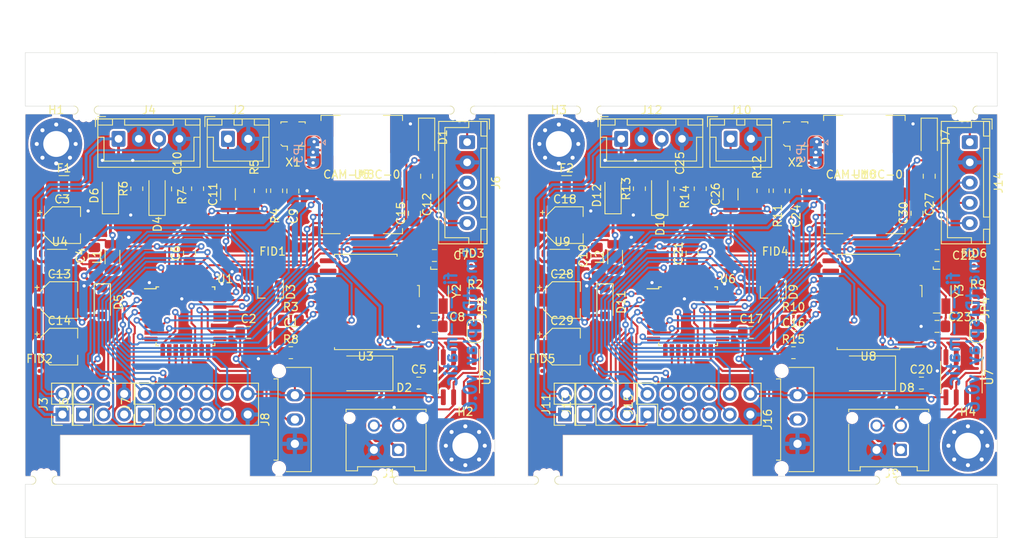
<source format=kicad_pcb>
(kicad_pcb (version 20221018) (generator pcbnew)
  (layers (0 "F.Cu" signal) (31 "B.Cu" signal) (34 "B.Paste" user) (35 "F.Paste" user) (36 "B.SilkS" user "B.Silkscreen") (37 "F.SilkS" user "F.Silkscreen") (38 "B.Mask" user) (39 "F.Mask" user) (44 "Edge.Cuts" user))
  (net 0 "")
  (net 1 "GND")
  (net 2 "Net-(U4-EN)")
  (net 3 "Net-(U4-SW)")
  (net 4 "SCK")
  (net 5 "MOSI")
  (net 6 "MISO")
  (net 7 "+5V")
  (net 8 "RESET")
  (net 9 "TXD")
  (net 10 "RXD")
  (net 11 "SCL")
  (net 12 "SDA")
  (net 13 "A3")
  (net 14 "A2")
  (net 15 "A1")
  (net 16 "A0")
  (net 17 "Net-(U4-BST)")
  (net 18 "Net-(U3-OSC1)")
  (net 19 "Net-(U3-OSC2)")
  (net 20 "KEY")
  (net 21 "+12V")
  (net 22 "Net-(J6-Pin_5)")
  (net 23 "Net-(D5-K)")
  (net 26 "INSTR.BEL")
  (net 27 "Net-(J2-Pin_1)")
  (net 28 "D22")
  (net 29 "D23")
  (net 30 "Net-(JP2-Pad1)")
  (net 31 "CANH")
  (net 32 "CANL")
  (net 33 "D24")
  (net 34 "D25")
  (net 35 "1WIRE")
  (net 36 "INT_CAN")
  (net 37 "SS")
  (net 38 "UPDI")
  (net 39 "Net-(U5-RF_OUT)")
  (net 40 "+3V3")
  (net 41 "Net-(U5-RF_IN)")
  (net 42 "Net-(X1-SIGNAL)")
  (net 43 "GPS_RXD")
  (net 44 "GPS_TXD")
  (net 45 "GPS_RESET")
  (net 46 "Net-(U3-~{RESET})")
  (net 47 "AREF")
  (net 50 "Net-(U2-TXD)")
  (net 51 "Net-(U2-RXD)")
  (net 67 "A4")
  (footprint "Capacitor_SMD:C_0805_2012Metric_Pad1.18x1.45mm_HandSolder" (layer "F.Cu") (at 176.5 84.8825 90)
    (fp_text reference "C12")
    (fp_text value "100n")
  )
  (footprint "Resistor_SMD:R_0805_2012Metric_Pad1.20x1.40mm_HandSolder" (layer "F.Cu") (at 159.75 106.67)
    (fp_text reference "R8")
    (fp_text value "4,7k")
  )
  (footprint "MountingHole:MountingHole_3.2mm_M3_Pad_Via" (layer "F.Cu") (at 130.81 80.899)
    (fp_text reference "H1")
    (fp_text value "MountingHole_Pad")
  )
  (footprint "Resistor_SMD:R_0805_2012Metric_Pad1.20x1.40mm_HandSolder" (layer "F.Cu") (at 159.75 102.67)
    (fp_text reference "R3")
    (fp_text value "10k")
  )
  (footprint "Capacitor_SMD:C_0805_2012Metric_Pad1.15x1.40mm_HandSolder" (layer "F.Cu") (at 145.75 86.445 90)
    (fp_text reference "C10")
    (fp_text value "100n")
  )
  (footprint "Capacitor_SMD:C_0805_2012Metric_Pad1.18x1.45mm_HandSolder" (layer "F.Cu") (at 147.25 94.3825 90)
    (fp_text reference "C6")
    (fp_text value "100n")
  )
  (footprint "Resistor_SMD:R_0805_2012Metric_Pad1.20x1.40mm_HandSolder" (layer "F.Cu") (at 156 86.67 -90)
    (fp_text reference "R5")
    (fp_text value "1k")
  )
  (footprint "Resistor_SMD:R_0805_2012Metric_Pad1.20x1.40mm_HandSolder" (layer "F.Cu") (at 140.75 86.42 90)
    (fp_text reference "R6")
    (fp_text value "15k")
  )
  (footprint "Diode_SMD:D_MiniMELF" (layer "F.Cu") (at 143.25 87.17 90)
    (fp_text reference "D4")
    (fp_text value "BZV55-C12")
  )
  (footprint "Diode_SMD:D_SMB" (layer "F.Cu") (at 168.792 109.22 180)
    (fp_text reference "D2")
    (fp_text value "SMBJ5.0CA")
  )
  (footprint "Crystal:Crystal_SMD_EuroQuartz_MJ-4Pin_5.0x3.2mm" (layer "F.Cu") (at 177.4 99.07 -90)
    (fp_text reference "Y2")
    (fp_text value "16MHz")
  )
  (footprint "Capacitor_SMD:C_0805_2012Metric_Pad1.18x1.45mm_HandSolder" (layer "F.Cu") (at 177.4625 103.42 180)
    (fp_text reference "C8")
    (fp_text value "22p")
  )
  (footprint "Jumper:SolderJumper-2_P1.3mm_Open_RoundedPad1.0x1.5mm" (layer "F.Cu") (at 182.5 104.02 -90)
    (fp_text reference "JP2")
    (fp_text value "Jumper_NC_Small")
  )
  (footprint "Capacitor_SMD:C_0805_2012Metric_Pad1.18x1.45mm_HandSolder" (layer "F.Cu") (at 175.5375 110.42)
    (fp_text reference "C5")
    (fp_text value "100n")
  )
  (footprint "Package_SO:SOIC-8_3.9x4.9mm_P1.27mm" (layer "F.Cu") (at 180.467 109.695 -90)
    (fp_text reference "U2")
    (fp_text value "MCP2562-E-SN")
  )
  (footprint "MountingHole:MountingHole_3.2mm_M3_Pad_Via" (layer "F.Cu") (at 181.275056 118.156056)
    (fp_text reference "H2")
    (fp_text value "MountingHole_Pad")
  )
  (footprint "Resistor_SMD:R_0805_2012Metric_Pad1.20x1.40mm_HandSolder" (layer "F.Cu") (at 182.5 100.42 90)
    (fp_text reference "R2")
    (fp_text value "120")
  )
  (footprint "Capacitor_SMD:C_0805_2012Metric_Pad1.18x1.45mm_HandSolder" (layer "F.Cu") (at 159.7875 104.67)
    (fp_text reference "C1")
    (fp_text value "100n")
  )
  (footprint "Connector_PinHeader_2.54mm:PinHeader_2x03_P2.54mm_Vertical" (layer "F.Cu") (at 134.112 114.3 90)
    (fp_text reference "J5")
    (fp_text value "ISP")
  )
  (footprint "Connector_PinHeader_2.54mm:PinHeader_2x06_P2.54mm_Vertical" (layer "F.Cu") (at 141.732 114.3 90)
    (fp_text reference "J7")
    (fp_text value "EXT")
  )
  (footprint "Connector_PinHeader_2.54mm:PinHeader_2x01_P2.54mm_Vertical" (layer "F.Cu") (at 131.572 114.3 90)
    (fp_text reference "J3")
    (fp_text value "+12V")
  )
  (footprint "Connector_JST:JST_XH_B2B-XH-A_1x02_P2.50mm_Vertical" (layer "F.Cu") (at 152 80.264)
    (fp_text reference "J2")
    (fp_text value "KEY")
  )
  (footprint "Package_QFP:TQFP-32_7x7mm_P0.8mm" (layer "F.Cu") (at 146.75 102.17)
    (fp_text reference "U1")
    (fp_text value "ATmega4808-A")
  )
  (footprint "Capacitor_SMD:C_0805_2012Metric_Pad1.18x1.45mm_HandSolder" (layer "F.Cu") (at 154.5375 104.17)
    (fp_text reference "C2")
    (fp_text value "100n")
  )
  (footprint "Package_SO:SOIC-18W_7.5x11.6mm_P1.27mm" (layer "F.Cu") (at 169 100.4 180)
    (fp_text reference "U3")
    (fp_text value "MCP2515-xSO")
  )
  (footprint "Resistor_SMD:R_0805_2012Metric_Pad1.20x1.40mm_HandSolder" (layer "F.Cu") (at 148.25 86.42 90)
    (fp_text reference "R7")
    (fp_text value "4,7k")
  )
  (footprint "Fuse:Fuse_1210_3225Metric_Pad1.42x2.65mm_HandSolder" (layer "F.Cu") (at 131.7625 86.17)
    (fp_text reference "F1")
    (fp_text value "Polyfuse")
  )
  (footprint "Resistor_SMD:R_0805_2012Metric_Pad1.20x1.40mm_HandSolder" (layer "F.Cu") (at 158 86.67 -90)
    (fp_text reference "R4")
    (fp_text value "10k")
  )
  (footprint "Fiducial:Fiducial_0.5mm_Mask1mm" (layer "F.Cu") (at 128.75 108.92)
    (fp_text reference "FID2")
    (fp_text value "Fiducial")
  )
  (footprint "Fiducial:Fiducial_0.5mm_Mask1mm" (layer "F.Cu") (at 182 95.92)
    (fp_text reference "FID3")
    (fp_text value "Fiducial")
  )
  (footprint "Capacitor_SMD:CP_Elec_4x3.9" (layer "F.Cu") (at 131.55 90.92)
    (fp_text reference "C3")
    (fp_text value "22u")
  )
  (footprint "Capacitor_SMD:C_0805_2012Metric_Pad1.18x1.45mm_HandSolder" (layer "F.Cu") (at 135.5 94.7075 90)
    (fp_text reference "C4")
    (fp_text value "100n")
  )
  (footprint "Capacitor_SMD:CP_Elec_4x3.9" (layer "F.Cu") (at 131.2 100.17)
    (fp_text reference "C13")
    (fp_text value "22u")
  )
  (footprint "Capacitor_SMD:CP_Elec_4x3.9" (layer "F.Cu") (at 131.2 105.92)
    (fp_text reference "C14")
    (fp_text value "22u")
  )
  (footprint "Connector_JST:JST_XH_B5B-XH-A_1x05_P2.50mm_Vertical" (layer "F.Cu") (at 181.5 80.67 -90)
    (fp_text reference "J6")
    (fp_text value "PROG/SERIAL")
  )
  (footprint "Inductor_SMD:L_1206_3216Metric" (layer "F.Cu") (at 137.75 94.8575 90)
    (fp_text reference "L1")
    (fp_text value "4.7uH")
  )
  (footprint "Connector_Molex:Molex_Micro-Fit_3.0_43045-0412_2x02_P3.00mm_Vertical" (layer "F.Cu") (at 173 118.67 180)
    (fp_text reference "J1")
    (fp_text value "CAN")
  )
  (footprint "Connector_Molex:Molex_Micro-Fit_3.0_43650-0315_1x03_P3.00mm_Vertical" (layer "F.Cu") (at 160.25 117.92 90)
    (fp_text reference "J8")
    (fp_text value "Conn_01x03")
  )
  (footprint "Capacitor_SMD:C_0805_2012Metric_Pad1.18x1.45mm_HandSolder" (layer "F.Cu") (at 177.4625 94.67)
    (fp_text reference "C7")
    (fp_text value "22p")
  )
  (footprint "Connector_JST:JST_XH_B4B-XH-A_1x04_P2.50mm_Vertical" (layer "F.Cu") (at 138.5 80.264)
    (fp_text reference "J4")
    (fp_text value "PWR")
  )
  (footprint "Capacitor_SMD:C_1206_3216Metric_Pad1.33x1.80mm_HandSolder" (layer "F.Cu") (at 152 87.1075 90)
    (fp_text reference "C11")
    (fp_text value "22u")
  )
  (footprint "ublox_CAM_M8C:CAM-M8C-0" (layer "F.Cu") (at 168.5 84.67)
    (fp_text reference "U5")
    (fp_text value "CAM-M8C-0")
  )
  (footprint "Capacitor_SMD:C_0805_2012Metric_Pad1.18x1.45mm_HandSolder" (layer "F.Cu") (at 160 86.7075 90)
    (fp_text reference "C9")
    (fp_text value "100n")
  )
  (footprint "Package_TO_SOT_SMD:TSOT-23-6" (layer "F.Cu") (at 131.25 95.42)
    (fp_text reference "U4")
    (fp_text value "AP63203WU")
  )
  (footprint "Capacitor_SMD:C_0805_2012Metric_Pad1.18x1.45mm_HandSolder" (layer "F.Cu") (at 175 89.4575 90)
    (fp_text reference "C15")
    (fp_text value "100n")
  )
  (footprint "Connector_Coaxial:U.FL_Molex_MCRF_73412-0110_Vertical" (layer "F.Cu") (at 160.025 79.67)
    (fp_text reference "X1")
    (fp_text value "ANTENNA_U.FL")
  )
  (footprint "Fiducial:Fiducial_0.5mm_Mask1mm" (layer "F.Cu") (at 157.5 92.67 180)
    (fp_text reference "FID1")
    (fp_text value "Fiducial")
  )
  (footprint "Package_TO_SOT_SMD:SOT-23" (layer "F.Cu") (at 157.25 99.17 -90)
    (fp_text reference "D3")
    (fp_text value "SP0502BAHT")
  )
  (footprint "Diode_SMD:D_SOD-123" (layer "F.Cu") (at 136.5 100.42 -90)
    (fp_text reference "D5")
    (fp_text value "1N4148W")
  )
  (footprint "Diode_SMD:D_SOD-123" (layer "F.Cu") (at 137.5 87.27 90)
    (fp_text reference "D6")
    (fp_text value "1N4148W")
  )
  (footprint "MountingHole:MountingHole_3.2mm_M3_Pad_Via" (layer "F.Cu") (at 243.275056 118.156056)
    (fp_text reference "H4")
    (fp_text value "MountingHole_Pad")
  )
  (footprint "Capacitor_SMD:CP_Elec_4x3.9" (layer "F.Cu") (at 193.2 100.17)
    (fp_text reference "C28")
    (fp_text value "22u")
  )
  (footprint "Connector_JST:JST_XH_B5B-XH-A_1x05_P2.50mm_Vertical" (layer "F.Cu") (at 243.5 80.67 -90)
    (fp_text reference "J14")
    (fp_text value "PROG/SERIAL")
  )
  (footprint "MountingHole:MountingHole_3.2mm_M3_Pad_Via" (layer "F.Cu") (at 192.81 80.899)
    (fp_text reference "H3")
    (fp_text value "MountingHole_Pad")
  )
  (footprint "Diode_SMD:D_SOD-123" (layer "F.Cu") (at 199.5 87.27 90)
    (fp_text reference "D12")
    (fp_text value "1N4148W")
  )
  (footprint "Capacitor_SMD:CP_Elec_4x3.9" (layer "F.Cu") (at 193.2 105.92)
    (fp_text reference "C29")
    (fp_text value "22u")
  )
  (footprint "Package_QFP:TQFP-32_7x7mm_P0.8mm" (layer "F.Cu") (at 208.75 102.17)
    (fp_text reference "U6")
    (fp_text value "ATmega4808-A")
  )
  (footprint "Diode_SMD:D_SOD-123" (layer "F.Cu") (at 198.5 100.42 -90)
    (fp_text reference "D11")
    (fp_text value "1N4148W")
  )
  (footprint "Resistor_SMD:R_0805_2012Metric_Pad1.20x1.40mm_HandSolder" (layer "F.Cu") (at 221.75 102.67)
    (fp_text reference "R10")
    (fp_text value "10k")
  )
  (footprint "Resistor_SMD:R_0805_2012Metric_Pad1.20x1.40mm_HandSolder" (layer "F.Cu") (at 218 86.67 -90)
    (fp_text reference "R12")
    (fp_text value "1k")
  )
  (footprint "Resistor_SMD:R_0805_2012Metric_Pad1.20x1.40mm_HandSolder" (layer "F.Cu") (at 210.25 86.42 90)
    (fp_text reference "R14")
    (fp_text value "4,7k")
  )
  (footprint "Resistor_SMD:R_0805_2012Metric_Pad1.20x1.40mm_HandSolder" (layer "F.Cu") (at 202.75 86.42 90)
    (fp_text reference "R13")
    (fp_text value "15k")
  )
  (footprint "Resistor_SMD:R_0805_2012Metric_Pad1.20x1.40mm_HandSolder" (layer "F.Cu") (at 221.75 106.67)
    (fp_text reference "R15")
    (fp_text value "4,7k")
  )
  (footprint "Capacitor_SMD:C_0805_2012Metric_Pad1.18x1.45mm_HandSolder" (layer "F.Cu") (at 239.4625 103.42 180)
    (fp_text reference "C23")
    (fp_text value "22p")
  )
  (footprint "Package_TO_SOT_SMD:TSOT-23-6" (layer "F.Cu") (at 193.25 95.42)
    (fp_text reference "U9")
    (fp_text value "AP63203WU")
  )
  (footprint "Capacitor_SMD:C_0805_2012Metric_Pad1.18x1.45mm_HandSolder" (layer "F.Cu") (at 209.25 94.3825 90)
    (fp_text reference "C21")
    (fp_text value "100n")
  )
  (footprint "Resistor_SMD:R_0805_2012Metric_Pad1.20x1.40mm_HandSolder" (layer "F.Cu") (at 244.5 100.42 90)
    (fp_text reference "R9")
    (fp_text value "120")
  )
  (footprint "Fiducial:Fiducial_0.5mm_Mask1mm" (layer "F.Cu") (at 219.5 92.67 180)
    (fp_text reference "FID4")
    (fp_text value "Fiducial")
  )
  (footprint "Capacitor_SMD:C_0805_2012Metric_Pad1.18x1.45mm_HandSolder" (layer "F.Cu") (at 221.7875 104.67)
    (fp_text reference "C16")
    (fp_text value "100n")
  )
  (footprint "Diode_SMD:D_SOD-123" (layer "F.Cu") (at 176.5 80.07 -90)
    (fp_text reference "D1")
    (fp_text value "1N4148W")
  )
  (footprint "Diode_SMD:D_MiniMELF" (layer "F.Cu") (at 205.25 87.17 90)
    (fp_text reference "D10")
    (fp_text value "BZV55-C12")
  )
  (footprint "Connector_Molex:Molex_Micro-Fit_3.0_43650-0315_1x03_P3.00mm_Vertical" (layer "F.Cu") (at 222.25 117.92 90)
    (fp_text reference "J16")
    (fp_text value "Conn_01x03")
  )
  (footprint "Capacitor_SMD:C_0805_2012Metric_Pad1.15x1.40mm_HandSolder" (layer "F.Cu") (at 207.75 86.445 90)
    (fp_text reference "C25")
    (fp_text value "100n")
  )
  (footprint "fiz-o-matic:mouse-bite-1mm-slot" (layer "F.Cu") (at 171.4 122.42 180)
    (fp_text reference "mouse-bite-1mm-slot" hide)
    (fp_text value "VAL**" hide)
  )
  (footprint "fiz-o-matic:mouse-bite-1mm-slot" (layer "F.Cu") (at 196.5 76.72)
    (fp_text reference "mouse-bite-1mm-slot3" hide)
    (fp_text value "VAL**" hide)
  )
  (footprint "Capacitor_SMD:C_0805_2012Metric_Pad1.18x1.45mm_HandSolder" (layer "F.Cu") (at 239.4625 94.67)
    (fp_text reference "C22")
    (fp_text value "22p")
  )
  (footprint "Fiducial:Fiducial_0.5mm_Mask1mm" (layer "F.Cu") (at 190.75 108.92)
    (fp_text reference "FID5")
    (fp_text value "Fiducial")
  )
  (footprint "Diode_SMD:D_SMB" (layer "F.Cu") (at 230.792 109.22 180)
    (fp_text reference "D8")
    (fp_text value "SMBJ5.0CA")
  )
  (footprint "fiz-o-matic:mouse-bite-1mm-slot" (layer "F.Cu") (at 134.5 76.72)
    (fp_text reference "mouse-bite-1mm-slot" hide)
    (fp_text value "VAL**" hide)
  )
  (footprint "fiz-o-matic:mouse-bite-1mm-slot" (layer "F.Cu") (at 191.3 122.42 180)
    (fp_text reference "mouse-bite-1mm-slot1" hide)
    (fp_text value "VAL**" hide)
  )
  (footprint "Capacitor_SMD:C_1206_3216Metric_Pad1.33x1.80mm_HandSolder" (layer "F.Cu") (at 214 87.1075 90)
    (fp_text reference "C26")
    (fp_text value "22u")
  )
  (footprint "Package_SO:SOIC-8_3.9x4.9mm_P1.27mm" (layer "F.Cu") (at 242.467 109.695 -90)
    (fp_text reference "U7")
    (fp_text value "MCP2562-E-SN")
  )
  (footprint "Resistor_SMD:R_0805_2012Metric_Pad1.20x1.40mm_HandSolder" (layer "F.Cu") (at 220 86.67 -90)
    (fp_text reference "R11")
    (fp_text value "10k")
  )
  (footprint "Diode_SMD:D_SOD-123" (layer "F.Cu") (at 238.5 80.07 -90)
    (fp_text reference "D7")
    (fp_text value "1N4148W")
  )
  (footprint "ublox_CAM_M8C:CAM-M8C-0" (layer "F.Cu") (at 230.5 84.67)
    (fp_text reference "U10")
    (fp_text value "CAM-M8C-0")
  )
  (footprint "Capacitor_SMD:C_0805_2012Metric_Pad1.18x1.45mm_HandSolder" (layer "F.Cu") (at 216.5375 104.17)
    (fp_text reference "C17")
    (fp_text value "100n")
  )
  (footprint "fiz-o-matic:mouse-bite-1mm-slot" (layer "F.Cu") (at 180.9 76.72)
    (fp_text reference "mouse-bite-1mm-slot" hide)
    (fp_text value "VAL**" hide)
  )
  (footprint "Connector_Molex:Molex_Micro-Fit_3.0_43045-0412_2x02_P3.00mm_Vertical" (layer "F.Cu") (at 235 118.67 180)
    (fp_text reference "J9")
    (fp_text value "CAN")
  )
  (footprint "Capacitor_SMD:C_0805_2012Metric_Pad1.18x1.45mm_HandSolder" (layer "F.Cu") (at 197.5 94.7075 90)
    (fp_text reference "C19")
    (fp_text value "100n")
  )
  (footprint "fiz-o-matic:mouse-bite-1mm-slot" (layer "F.Cu") (at 129.3 122.42 180)
    (fp_text reference "mouse-bite-1mm-slot" hide)
    (fp_text value "VAL**" hide)
  )
  (footprint "Connector_PinHeader_2.54mm:PinHeader_2x06_P2.54mm_Vertical" (layer "F.Cu") (at 203.732 114.3 90)
    (fp_text reference "J15")
    (fp_text value "EXT")
  )
  (footprint "Connector_JST:JST_XH_B2B-XH-A_1x02_P2.50mm_Vertical" (layer "F.Cu") (at 214 80.264)
    (fp_text reference "J10")
    (fp_text value "KEY")
  )
  (footprint "Capacitor_SMD:C_0805_2012Metric_Pad1.18x1.45mm_HandSolder" (layer "F.Cu") (at 238.5 84.8825 90)
    (fp_text reference "C27")
    (fp_text value "100n")
  )
  (footprint "Capacitor_SMD:C_0805_2012Metric_Pad1.18x1.45mm_HandSolder" (layer "F.Cu") (at 237.5375 110.42)
    (fp_text reference "C20")
    (fp_text value "100n")
  )
  (footprint "Package_TO_SOT_SMD:SOT-23" (layer "F.Cu") (at 219.25 99.17 -90)
    (fp_text reference "D9")
    (fp_text value "SP0502BAHT")
  )
  (footprint "Connector_JST:JST_XH_B4B-XH-A_1x04_P2.50mm_Vertical" (layer "F.Cu") (at 200.5 80.264)
    (fp_text reference "J12")
    (fp_text value "PWR")
  )
  (footprint "Fiducial:Fiducial_0.5mm_Mask1mm" (layer "F.Cu") (at 244 95.92)
    (fp_text reference "FID6")
    (fp_text value "Fiducial")
  )
  (footprint "Connector_PinHeader_2.54mm:PinHeader_2x01_P2.54mm_Vertical" (layer "F.Cu") (at 193.572 114.3 90)
    (fp_text reference "J11")
    (fp_text value "+12V")
  )
  (footprint "Crystal:Crystal_SMD_EuroQuartz_MJ-4Pin_5.0x3.2mm" (layer "F.Cu") (at 239.4 99.07 -90)
    (fp_text reference "Y3")
    (fp_text value "16MHz")
  )
  (footprint "Jumper:SolderJumper-2_P1.3mm_Open_RoundedPad1.0x1.5mm" (layer "F.Cu") (at 244.5 104.02 -90)
    (fp_text reference "JP4")
    (fp_text value "Jumper_NC_Small")
  )
  (footprint "fiz-o-matic:mouse-bite-1mm-slot" (layer "F.Cu") (at 233.4 122.42 180)
    (fp_text reference "mouse-bite-1mm-slot2" hide)
    (fp_text value "VAL**" hide)
  )
  (footprint "fiz-o-matic:mouse-bite-1mm-slot" (layer "F.Cu") (at 242.9 76.72)
    (fp_text reference "mouse-bite-1mm-slot4" hide)
    (fp_text value "VAL**" hide)
  )
  (footprint "Fuse:Fuse_1210_3225Metric_Pad1.42x2.65mm_HandSolder" (layer "F.Cu") (at 193.7625 86.17)
    (fp_text reference "F2")
    (fp_text value "Polyfuse")
  )
  (footprint "Capacitor_SMD:C_0805_2012Metric_Pad1.18x1.45mm_HandSolder" (layer "F.Cu") (at 222 86.7075 90)
    (fp_text reference "C24")
    (fp_text value "100n")
  )
  (footprint "Capacitor_SMD:CP_Elec_4x3.9" (layer "F.Cu") (at 193.55 90.92)
    (fp_text reference "C18")
    (fp_text value "22u")
  )
  (footprint "Package_SO:SOIC-18W_7.5x11.6mm_P1.27mm" (layer "F.Cu") (at 231 100.4 180)
    (fp_text reference "U8")
    (fp_text value "MCP2515-xSO")
  )
  (footprint "Capacitor_SMD:C_0805_2012Metric_Pad1.18x1.45mm_HandSolder" (layer "F.Cu") (at 237 89.4575 90)
    (fp_text reference "C30")
    (fp_text value "100n")
  )
  (footprint "Connector_Coaxial:U.FL_Molex_MCRF_73412-0110_Vertical" (layer "F.Cu") (at 222.025 79.67)
    (fp_text reference "X2")
    (fp_text value "ANTENNA_U.FL")
  )
  (footprint "Connector_PinHeader_2.54mm:PinHeader_2x03_P2.54mm_Vertical" (layer "F.Cu") (at 196.112 114.3 90)
    (fp_text reference "J13")
    (fp_text value "ISP")
  )
  (footprint "Inductor_SMD:L_1206_3216Metric" (layer "F.Cu") (at 199.75 94.8575 90)
    (fp_text reference "L2")
    (fp_text value "4.7uH")
  )
  (footprint "Jumper:SolderJumper-3_P1.3mm_Bridged12_RoundedPad1.0x1.5mm" (layer "B.Cu") (at 162.5 81.92 -90)
    (fp_text reference "JP3")
    (fp_text value "Jumper_NC_Dual")
  )
  (footprint "Jumper:SolderJumper-3_P1.3mm_Bridged12_RoundedPad1.0x1.5mm" (layer "B.Cu") (at 224.5 81.92 -90)
    (fp_text reference "JP5")
    (fp_text value "Jumper_NC_Dual")
  )
  (gr_line (start 154.686 121.92) (end 169.9 121.92) (stroke (width 0.05)) (layer "Edge.Cuts"))
  (gr_line (start 131.318 116.84) (end 154.686 116.84) (stroke (width 0.05)) (layer "Edge.Cuts"))
  (gr_line (start 184.9 121.92) (end 184.9 77.22) (stroke (width 0.05)) (layer "Edge.Cuts"))
  (gr_line (start 131.318 116.84) (end 131.318 121.92) (stroke (width 0.05)) (layer "Edge.Cuts"))
  (gr_line (start 127 121.92) (end 127 77.22) (stroke (width 0.05)) (layer "Edge.Cuts"))
  (gr_line (start 154.686 116.84) (end 154.686 121.92) (stroke (width 0.05)) (layer "Edge.Cuts"))
  (gr_line (start 189 122.92) (end 184.9 122.92) (stroke (width 0.05)) (layer "Edge.Cuts"))
  (gr_arc (start 234.9 122.92) (mid 234.4 122.42) (end 234.9 121.92) (stroke (width 0.05)) (layer "Edge.Cuts"))
  (gr_arc (start 179.4 76.22) (mid 179.9 76.72) (end 179.4 77.22) (stroke (width 0.05)) (layer "Edge.Cuts"))
  (gr_line (start 189.8 122.92) (end 189 122.92) (stroke (width 0.05)) (layer "Edge.Cuts"))
  (gr_line (start 130.8 121.92) (end 131.318 121.92) (stroke (width 0.05)) (layer "Edge.Cuts"))
  (gr_line (start 246.9 69.62) (end 246.9 76.22) (stroke (width 0.05)) (layer "Edge.Cuts"))
  (gr_arc (start 241.4 76.22) (mid 241.9 76.72) (end 241.4 77.22) (stroke (width 0.05)) (layer "Edge.Cuts"))
  (gr_line (start 172.9 122.92) (end 184.9 122.92) (stroke (width 0.05)) (layer "Edge.Cuts"))
  (gr_line (start 193.318 116.84) (end 216.686 116.84) (stroke (width 0.05)) (layer "Edge.Cuts"))
  (gr_line (start 193.318 116.84) (end 193.318 121.92) (stroke (width 0.05)) (layer "Edge.Cuts"))
  (gr_line (start 133 76.22) (end 127 76.22) (stroke (width 0.05)) (layer "Edge.Cuts"))
  (gr_arc (start 195 76.22) (mid 195.5 76.72) (end 195 77.22) (stroke (width 0.05)) (layer "Edge.Cuts"))
  (gr_line (start 192.8 121.92) (end 193.318 121.92) (stroke (width 0.05)) (layer "Edge.Cuts"))
  (gr_line (start 244.4 76.22) (end 246.9 76.22) (stroke (width 0.05)) (layer "Edge.Cuts"))
  (gr_arc (start 182.4 77.22) (mid 181.9 76.72) (end 182.4 76.22) (stroke (width 0.05)) (layer "Edge.Cuts"))
  (gr_line (start 182.4 76.22) (end 184.9 76.22) (stroke (width 0.05)) (layer "Edge.Cuts"))
  (gr_arc (start 192.8 122.92) (mid 192.3 122.42) (end 192.8 121.92) (stroke (width 0.05)) (layer "Edge.Cuts"))
  (gr_line (start 216.686 116.84) (end 216.686 121.92) (stroke (width 0.05)) (layer "Edge.Cuts"))
  (gr_line (start 189 121.92) (end 189.8 121.92) (stroke (width 0.05)) (layer "Edge.Cuts"))
  (gr_line (start 136 77.22) (end 179.4 77.22) (stroke (width 0.05)) (layer "Edge.Cuts"))
  (gr_line (start 184.9 129.52) (end 127 129.52) (stroke (width 0.05)) (layer "Edge.Cuts"))
  (gr_line (start 192.8 122.92) (end 231.9 122.92) (stroke (width 0.05)) (layer "Edge.Cuts"))
  (gr_line (start 127 122.92) (end 127 129.52) (stroke (width 0.05)) (layer "Edge.Cuts"))
  (gr_line (start 234.9 121.92) (end 246.9 121.92) (stroke (width 0.05)) (layer "Edge.Cuts"))
  (gr_line (start 244.4 77.22) (end 246.9 77.22) (stroke (width 0.05)) (layer "Edge.Cuts"))
  (gr_line (start 182.4 77.22) (end 184.9 77.22) (stroke (width 0.05)) (layer "Edge.Cuts"))
  (gr_line (start 184.9 76.22) (end 189 76.22) (stroke (width 0.05)) (layer "Edge.Cuts"))
  (gr_line (start 127 77.22) (end 133 77.22) (stroke (width 0.05)) (layer "Edge.Cuts"))
  (gr_line (start 184.9 69.62) (end 189 69.62) (stroke (width 0.05)) (layer "Edge.Cuts"))
  (gr_arc (start 172.9 122.92) (mid 172.4 122.42) (end 172.9 121.92) (stroke (width 0.05)) (layer "Edge.Cuts"))
  (gr_arc (start 136 77.22) (mid 135.5 76.72) (end 136 76.22) (stroke (width 0.05)) (layer "Edge.Cuts"))
  (gr_arc (start 244.4 77.22) (mid 243.9 76.72) (end 244.4 76.22) (stroke (width 0.05)) (layer "Edge.Cuts"))
  (gr_line (start 127 69.62) (end 184.9 69.62) (stroke (width 0.05)) (layer "Edge.Cuts"))
  (gr_line (start 246.9 122.92) (end 246.9 129.52) (stroke (width 0.05)) (layer "Edge.Cuts"))
  (gr_line (start 216.686 121.92) (end 231.9 121.92) (stroke (width 0.05)) (layer "Edge.Cuts"))
  (gr_arc (start 198 77.22) (mid 197.5 76.72) (end 198 76.22) (stroke (width 0.05)) (layer "Edge.Cuts"))
  (gr_line (start 127 121.92) (end 127.8 121.92) (stroke (width 0.05)) (layer "Edge.Cuts"))
  (gr_line (start 184.9 129.52) (end 189 129.52) (stroke (width 0.05)) (layer "Edge.Cuts"))
  (gr_line (start 130.8 122.92) (end 169.9 122.92) (stroke (width 0.05)) (layer "Edge.Cuts"))
  (gr_line (start 246.9 121.92) (end 246.9 77.22) (stroke (width 0.05)) (layer "Edge.Cuts"))
  (gr_line (start 189 69.62) (end 246.9 69.62) (stroke (width 0.05)) (layer "Edge.Cuts"))
  (gr_arc (start 127.8 121.92) (mid 128.3 122.42) (end 127.8 122.92) (stroke (width 0.05)) (layer "Edge.Cuts"))
  (gr_line (start 189 121.92) (end 189 77.22) (stroke (width 0.05)) (layer "Edge.Cuts"))
  (gr_line (start 246.9 129.52) (end 189 129.52) (stroke (width 0.05)) (layer "Edge.Cuts"))
  (gr_line (start 189 77.22) (end 195 77.22) (stroke (width 0.05)) (layer "Edge.Cuts"))
  (gr_arc (start 169.9 121.92) (mid 170.4 122.42) (end 169.9 122.92) (stroke (width 0.05)) (layer "Edge.Cuts"))
  (gr_arc (start 130.8 122.92) (mid 130.3 122.42) (end 130.8 121.92) (stroke (width 0.05)) (layer "Edge.Cuts"))
  (gr_arc (start 133 76.22) (mid 133.5 76.72) (end 133 77.22) (stroke (width 0.05)) (layer "Edge.Cuts"))
  (gr_arc (start 231.9 121.92) (mid 232.4 122.42) (end 231.9 122.92) (stroke (width 0.05)) (layer "Edge.Cuts"))
  (gr_line (start 127.8 122.92) (end 127 122.92) (stroke (width 0.05)) (layer "Edge.Cuts"))
  (gr_line (start 179.4 76.22) (end 136 76.22) (stroke (width 0.05)) (layer "Edge.Cuts"))
  (gr_line (start 127 69.62) (end 127 76.22) (stroke (width 0.05)) (layer "Edge.Cuts"))
  (gr_line (start 195 76.22) (end 189 76.22) (stroke (width 0.05)) (layer "Edge.Cuts"))
  (gr_line (start 198 77.22) (end 241.4 77.22) (stroke (width 0.05)) (layer "Edge.Cuts"))
  (gr_line (start 241.4 76.22) (end 198 76.22) (stroke (width 0.05)) (layer "Edge.Cuts"))
  (gr_arc (start 189.8 121.92) (mid 190.3 122.42) (end 189.8 122.92) (stroke (width 0.05)) (layer "Edge.Cuts"))
  (gr_line (start 234.9 122.92) (end 246.9 122.92) (stroke (width 0.05)) (layer "Edge.Cuts"))
  (gr_line (start 172.9 121.92) (end 184.9 121.92) (stroke (width 0.05)) (layer "Edge.Cuts"))
  (gr_text "fiz-o-matic\nSmartDisplay v0.6" (at 180.7 103.82 90) (layer "B.Cu") (effects (font (size 1.5 1.5) (thickness 0.3)) (justify mirror)))
  (gr_text "fiz-o-matic\nSmartDisplay v0.6" (at 242.7 103.82 90) (layer "B.Cu") (effects (font (size 1.5 1.5) (thickness 0.3)) (justify mirror)))
  (via (at 134.25 98.42) (size 0.8) (drill 0.4) (layers "F.Cu" "B.Cu") (net 1))
  (via (at 142.3 98.02) (size 0.8) (drill 0.4) (layers "F.Cu" "B.Cu") (net 1))
  (via (at 152.5 96.67) (size 0.8) (drill 0.4) (layers "F.Cu" "B.Cu") (net 1))
  (via (at 208.3 100.02) (size 0.8) (drill 0.4) (layers "F.Cu" "B.Cu") (net 1))
  (via (at 237.5 103.42) (size 0.8) (drill 0.4) (layers "F.Cu" "B.Cu") (net 1))
  (via (at 214.5 96.67) (size 0.8) (drill 0.4) (layers "F.Cu" "B.Cu") (net 1))
  (via (at 140.25 82.92) (size 0.8) (drill 0.4) (layers "F.Cu" "B.Cu") (net 1))
  (via (at 196.25 98.42) (size 0.8) (drill 0.4) (layers "F.Cu" "B.Cu") (net 1))
  (via (at 177.5 108.92) (size 0.8) (drill 0.4) (layers "F.Cu" "B.Cu") (net 1))
  (via (at 175.5 103.42) (size 0.8) (drill 0.4) (layers "F.Cu" "B.Cu") (net 1))
  (via (at 223.75 86.67) (size 0.8) (drill 0.4) (layers "F.Cu" "B.Cu") (net 1))
  (via (at 196.75 89.17) (size 0.8) (drill 0.4) (layers "F.Cu" "B.Cu") (net 1))
  (via (at 161.75 86.67) (size 0.8) (drill 0.4) (layers "F.Cu" "B.Cu") (net 1))
  (via (at 202 89.67) (size 0.8) (drill 0.4) (layers "F.Cu" "B.Cu") (net 1))
  (via (at 160.25 89.17) (size 0.8) (drill 0.4) (layers "F.Cu" "B.Cu") (net 1))
  (via (at 236.5 78.42) (size 0.8) (drill 0.4) (layers "F.Cu" "B.Cu") (net 1))
  (via (at 239.5 108.92) (size 0.8) (drill 0.4) (layers "F.Cu" "B.Cu") (net 1))
  (via (at 222.25 89.17) (size 0.8) (drill 0.4) (layers "F.Cu" "B.Cu") (net 1))
  (via (at 204.3 98.02) (size 0.8) (drill 0.4) (layers "F.Cu" "B.Cu") (net 1))
  (via (at 202.25 82.92) (size 0.8) (drill 0.4) (layers "F.Cu" "B.Cu") (net 1))
  (via (at 151.25 98.17) (size 0.8) (drill 0.4) (layers "F.Cu" "B.Cu") (net 1))
  (via (at 174.5 78.42) (size 0.8) (drill 0.4) (layers "F.Cu" "B.Cu") (net 1))
  (via (at 198.5 82.92) (size 0.8) (drill 0.4) (layers "F.Cu" "B.Cu") (net 1))
  (via (at 139.75 92.42) (size 0.8) (drill 0.4) (layers "F.Cu" "B.Cu") (net 1))
  (via (at 217.75 107.42) (size 0.8) (drill 0.4) (layers "F.Cu" "B.Cu") (net 1))
  (via (at 134.75 89.17) (size 0.8) (drill 0.4) (layers "F.Cu" "B.Cu") (net 1))
  (via (at 140 89.67) (size 0.8) (drill 0.4) (layers "F.Cu" "B.Cu") (net 1))
  (via (at 136.5 82.92) (size 0.8) (drill 0.4) (layers "F.Cu" "B.Cu") (net 1))
  (via (at 172.5 113.42) (size 0.8) (drill 0.4) (layers "F.Cu" "B.Cu") (net 1))
  (via (at 155.75 107.42) (size 0.8) (drill 0.4) (layers "F.Cu" "B.Cu") (net 1))
  (via (at 234.5 113.42) (size 0.8) (drill 0.4) (layers "F.Cu" "B.Cu") (net 1))
  (via (at 201.75 92.42) (size 0.8) (drill 0.4) (layers "F.Cu" "B.Cu") (net 1))
  (via (at 213.25 98.17) (size 0.8) (drill 0.4) (layers "F.Cu" "B.Cu") (net 1))
  (via (at 146.3 100.02) (size 0.8) (drill 0.4) (layers "F.Cu" "B.Cu") (net 1))
  (segment (start 208.344 81.076) (end 208.344 80.264) (width 0.25) (layer "B.Cu") (net 1))
  (segment (start 146.344 81.076) (end 146.344 80.264) (width 0.25) (layer "B.Cu") (net 1))
  (segment (start 129.75 92.42) (end 129.75 90.92) (width 0.35) (layer "F.Cu") (net 2))
  (segment (start 129.94 95.42) (end 129.94 96.37) (width 0.35) (layer "F.Cu") (net 2))
  (segment (start 192.275 86.17) (end 192.275 88.145) (width 0.35) (layer "F.Cu") (net 2))
  (segment (start 190.25 94.92) (end 190.25 93.92) (width 0.35) (layer "F.Cu") (net 2))
  (segment (start 192.275 88.145) (end 191.75 88.67) (width 0.35) (layer "F.Cu") (net 2))
  (segment (start 191.75 92.42) (end 191.75 90.92) (width 0.35) (layer "F.Cu") (net 2))
  (segment (start 191.75 88.67) (end 191.75 90.92) (width 0.35) (layer "F.Cu") (net 2))
  (segment (start 128.75 95.42) (end 128.25 94.92) (width 0.35) (layer "F.Cu") (net 2))
  (segment (start 190.25 93.92) (end 191.75 92.42) (width 0.35) (layer "F.Cu") (net 2))
  (segment (start 128.25 93.92) (end 129.75 92.42) (width 0.35) (layer "F.Cu") (net 2))
  (segment (start 130.275 88.145) (end 129.75 88.67) (width 0.35) (layer "F.Cu") (net 2))
  (segment (start 130.275 86.17) (end 130.275 88.145) (width 0.35) (layer "F.Cu") (net 2))
  (segment (start 128.25 94.92) (end 128.25 93.92) (width 0.35) (layer "F.Cu") (net 2))
  (segment (start 191.94 95.42) (end 191.94 96.37) (width 0.35) (layer "F.Cu") (net 2))
  (segment (start 190.75 95.42) (end 190.25 94.92) (width 0.35) (layer "F.Cu") (net 2))
  (segment (start 129.94 95.42) (end 128.75 95.42) (width 0.35) (layer "F.Cu") (net 2))
  (segment (start 191.94 95.42) (end 190.75 95.42) (width 0.35) (layer "F.Cu") (net 2))
  (segment (start 129.75 88.67) (end 129.75 90.92) (width 0.35) (layer "F.Cu") (net 2))
  (segment (start 133.75 95.42) (end 134.075 95.745) (width 0.25) (layer "F.Cu") (net 3))
  (segment (start 136.575 95.745) (end 136.75 95.92) (width 0.25) (layer "F.Cu") (net 3))
  (segment (start 135.5 95.745) (end 136.575 95.745) (width 0.25) (layer "F.Cu") (net 3))
  (segment (start 196.075 95.745) (end 197.5 95.745) (width 0.25) (layer "F.Cu") (net 3))
  (segment (start 132.56 95.42) (end 133.75 95.42) (width 0.25) (layer "F.Cu") (net 3))
  (segment (start 197.5 95.745) (end 198.575 95.745) (width 0.25) (layer "F.Cu") (net 3))
  (segment (start 136.75 95.92) (end 137.75 95.92) (width 0.25) (layer "F.Cu") (net 3))
  (segment (start 198.75 95.92) (end 199.75 95.92) (width 0.25) (layer "F.Cu") (net 3))
  (segment (start 194.56 95.42) (end 195.75 95.42) (width 0.25) (layer "F.Cu") (net 3))
  (segment (start 134.075 95.745) (end 135.5 95.745) (width 0.25) (layer "F.Cu") (net 3))
  (segment (start 198.575 95.745) (end 198.75 95.92) (width 0.25) (layer "F.Cu") (net 3))
  (segment (start 195.75 95.42) (end 196.075 95.745) (width 0.25) (layer "F.Cu") (net 3))
  (segment (start 199.827001 113.124999) (end 199.827001 105.892997) (width 0.25) (layer "F.Cu") (net 4))
  (segment (start 137.827001 113.124999) (end 137.827001 105.892997) (width 0.25) (layer "F.Cu") (net 4))
  (segment (start 199.827001 105.892997) (end 201.774999 103.944999) (width 0.25) (layer "F.Cu") (net 4))
  (segment (start 136.652 114.3) (end 137.827001 113.124999) (width 0.25) (layer "F.Cu") (net 4))
  (segment (start 140.6 101.77) (end 140.5 101.67) (width 0.25) (layer "F.Cu") (net 4))
  (segment (start 198.652 114.3) (end 199.827001 113.124999) (width 0.25) (layer "F.Cu") (net 4))
  (segment (start 202.6 101.77) (end 202.5 101.67) (width 0.25) (layer "F.Cu") (net 4))
  (segment (start 137.827001 105.892997) (end 139.774999 103.944999) (width 0.25) (layer "F.Cu") (net 4))
  (segment (start 204.5 101.77) (end 202.6 101.77) (width 0.25) (layer "F.Cu") (net 4))
  (segment (start 224.46 99.13) (end 224.25 98.92) (width 0.25) (layer "F.Cu") (net 4))
  (segment (start 164.35 99.13) (end 162.46 99.13) (width 0.25) (layer "F.Cu") (net 4))
  (segment (start 142.5 101.77) (end 140.6 101.77) (width 0.25) (layer "F.Cu") (net 4))
  (segment (start 226.35 99.13) (end 224.46 99.13) (width 0.25) (layer "F.Cu") (net 4))
  (segment (start 162.46 99.13) (end 162.25 98.92) (width 0.25) (layer "F.Cu") (net 4))
  (via (at 201.774999 103.944999) (size 0.8) (drill 0.4) (layers "F.Cu" "B.Cu") (net 4))
  (via (at 162.25 98.92) (size 0.8) (drill 0.4) (layers "F.Cu" "B.Cu") (net 4))
  (via (at 140.5 101.67) (size 0.8) (drill 0.4) (layers "F.Cu" "B.Cu") (net 4))
  (via (at 224.25 98.92) (size 0.8) (drill 0.4) (layers "F.Cu" "B.Cu") (net 4))
  (via (at 202.5 101.67) (size 0.8) (drill 0.4) (layers "F.Cu" "B.Cu") (net 4))
  (via (at 139.774999 103.944999) (size 0.8) (drill 0.4) (layers "F.Cu" "B.Cu") (net 4))
  (segment (start 140.151999 105.645001) (end 139.774999 105.268001) (width 0.25) (layer "B.Cu") (net 4))
  (segment (start 201.774999 102.395001) (end 202.5 101.67) (width 0.25) (layer "B.Cu") (net 4))
  (segment (start 139.774999 104.145001) (end 139.774999 103.944999) (width 0.25) (layer "B.Cu") (net 4))
  (segment (start 217.75 105.42) (end 203.073002 105.42) (width 0.25) (layer "B.Cu") (net 4))
  (segment (start 201.774999 105.268001) (end 201.774999 104.145001) (width 0.25) (layer "B.Cu") (net 4))
  (segment (start 224.25 98.92) (end 217.75 105.42) (width 0.25) (layer "B.Cu") (net 4))
  (segment (start 201.774999 103.944999) (end 201.774999 102.395001) (width 0.25) (layer "B.Cu") (net 4))
  (segment (start 141.073002 105.42) (end 140.848001 105.645001) (width 0.25) (layer "B.Cu") (net 4))
  (segment (start 202.151999 105.645001) (end 201.774999 105.268001) (width 0.25) (layer "B.Cu") (net 4))
  (segment (start 203.073002 105.42) (end 202.848001 105.645001) (width 0.25) (layer "B.Cu") (net 4))
  (segment (start 162.25 98.92) (end 155.75 105.42) (width 0.25) (layer "B.Cu") (net 4))
  (segment (start 201.774999 104.145001) (end 201.774999 103.944999) (width 0.25) (layer "B.Cu") (net 4))
  (segment (start 139.774999 105.268001) (end 139.774999 104.145001) (width 0.25) (layer "B.Cu") (net 4))
  (segment (start 202.848001 105.645001) (end 202.151999 105.645001) (width 0.25) (layer "B.Cu") (net 4))
  (segment (start 139.774999 103.944999) (end 139.774999 102.395001) (width 0.25) (layer "B.Cu") (net 4))
  (segment (start 140.848001 105.645001) (end 140.151999 105.645001) (width 0.25) (layer "B.Cu") (net 4))
  (segment (start 155.75 105.42) (end 141.073002 105.42) (width 0.25) (layer "B.Cu") (net 4))
  (segment (start 139.774999 102.395001) (end 140.5 101.67) (width 0.25) (layer "B.Cu") (net 4))
  (segment (start 137.228039 105.855549) (end 139.033464 104.050124) (width 0.25) (layer "F.Cu") (net 5))
  (segment (start 202.75 100.17) (end 204.5 100.17) (width 0.25) (layer "F.Cu") (net 5))
  (segment (start 224.52 100.4) (end 224.25 100.67) (width 0.25) (layer "F.Cu") (net 5))
  (segment (start 164.35 100.4) (end 162.52 100.4) (width 0.25) (layer "F.Cu") (net 5))
  (segment (start 198.652 111.76) (end 198.652 110.268) (width 0.25) (layer "F.Cu") (net 5))
  (segment (start 162.52 100.4) (end 162.25 100.67) (width 0.25) (layer "F.Cu") (net 5))
  (segment (start 137.228039 105.855549) (end 137.228039 109.691961) (width 0.25) (layer "F.Cu") (net 5))
  (segment (start 199.228039 109.691961) (end 198.652 110.268) (width 0.25) (layer "F.Cu") (net 5))
  (segment (start 139.033464 104.050124) (end 139.033464 103.203464) (width 0.25) (layer "F.Cu") (net 5))
  (segment (start 199.228039 105.855549) (end 199.228039 109.691961) (width 0.25) (layer "F.Cu") (net 5))
  (segment (start 140.75 100.17) (end 142.5 100.17) (width 0.25) (layer "F.Cu") (net 5))
  (segment (start 226.35 100.4) (end 224.52 100.4) (width 0.25) (layer "F.Cu") (net 5))
  (segment (start 136.652 111.76) (end 136.652 110.268) (width 0.25) (layer "F.Cu") (net 5))
  (segment (start 201.033464 104.050124) (end 201.033464 103.203464) (width 0.25) (layer "F.Cu") (net 5))
  (segment (start 137.228039 109.691961) (end 136.652 110.268) (width 0.25) (layer "F.Cu") (net 5))
  (segment (start 199.228039 105.855549) (end 201.033464 104.050124) (width 0.25) (layer "F.Cu") (net 5))
  (via (at 202.75 100.17) (size 0.8) (drill 0.4) (layers "F.Cu" "B.Cu") (net 5))
  (via (at 139.033464 103.203464) (size 0.8) (drill 0.4) (layers "F.Cu" "B.Cu") (net 5))
  (via (at 162.25 100.67) (size 0.8) (drill 0.4) (layers "F.Cu" "B.Cu") (net 5))
  (via (at 140.75 100.17) (size 0.8) (drill 0.4) (layers "F.Cu" "B.Cu") (net 5))
  (via (at 201.033464 103.203464) (size 0.8) (drill 0.4) (layers "F.Cu" "B.Cu") (net 5))
  (via (at 224.25 100.67) (size 0.8) (drill 0.4) (layers "F.Cu" "B.Cu") (net 5))
  (segment (start 201.033464 103.474085) (end 201.033464 103.203464) (width 0.25) (layer "B.Cu") (net 5))
  (segment (start 201.033464 101.886536) (end 201.324989 101.595011) (width 0.25) (layer "B.Cu") (net 5))
  (segment (start 139.033464 103.203464) (end 139.033464 101.886536) (width 0.25) (layer "B.Cu") (net 5))
  (segment (start 201.033464 103.203464) (end 201.033464 101.886536) (width 0.25) (layer "B.Cu") (net 5))
  (segment (start 139.033464 103.474085) (end 139.033464 105.162876) (width 0.25) (layer "B.Cu") (net 5))
  (segment (start 139.324989 101.595011) (end 140.75 100.17) (width 0.25) (layer "B.Cu") (net 5))
  (segment (start 201.965599 106.095011) (end 218.824989 106.095011) (width 0.25) (layer "B.Cu") (net 5))
  (segment (start 139.033464 105.162876) (end 139.965599 106.095011) (width 0.25) (layer "B.Cu") (net 5))
  (segment (start 201.033464 105.162876) (end 201.965599 106.095011) (width 0.25) (layer "B.Cu") (net 5))
  (segment (start 139.965599 106.095011) (end 156.824989 106.095011) (width 0.25) (layer "B.Cu") (net 5))
  (segment (start 139.033464 103.474085) (end 139.033464 103.203464) (width 0.25) (layer "B.Cu") (net 5))
  (segment (start 201.033464 103.474085) (end 201.033464 105.162876) (width 0.25) (layer "B.Cu") (net 5))
  (segment (start 162.25 100.67) (end 156.824989 106.095011) (width 0.25) (layer "B.Cu") (net 5))
  (segment (start 201.324989 101.595011) (end 202.75 100.17) (width 0.25) (layer "B.Cu") (net 5))
  (segment (start 139.033464 101.886536) (end 139.324989 101.595011) (width 0.25) (layer "B.Cu") (net 5))
  (segment (start 224.25 100.67) (end 218.824989 106.095011) (width 0.25) (layer "B.Cu") (net 5))
  (segment (start 139.237347 100.657347) (end 139.5 100.92) (width 0.25) (layer "F.Cu") (net 6))
  (segment (start 162.75 101.67) (end 162.5 101.92) (width 0.25) (layer "F.Cu") (net 6))
  (segment (start 201.237347 102.182653) (end 202.5 103.445306) (width 0.25) (layer "F.Cu") (net 6))
  (segment (start 224.75 101.67) (end 224.5 101.92) (width 0.25) (layer "F.Cu") (net 6))
  (segment (start 139.5 100.92) (end 142.45 100.92) (width 0.25) (layer "F.Cu") (net 6))
  (segment (start 142.45 100.92) (end 142.5 100.97) (width 0.25) (layer "F.Cu") (net 6))
  (segment (start 140.5 103.445306) (end 140.5 104.276561) (width 0.25) (layer "F.Cu") (net 6))
  (segment (start 202.367001 113.124999) (end 201.192 114.3) (width 0.25) (layer "F.Cu") (net 6))
  (segment (start 202.5 104.276561) (end 202.367001 104.40956) (width 0.25) (layer "F.Cu") (net 6))
  (segment (start 139.237347 102.182653) (end 140.5 103.445306) (width 0.25) (layer "F.Cu") (net 6))
  (segment (start 201.5 100.92) (end 204.45 100.92) (width 0.25) (layer "F.Cu") (net 6))
  (segment (start 140.5 104.276561) (end 140.367001 104.40956) (width 0.25) (layer "F.Cu") (net 6))
  (segment (start 164.35 101.67) (end 162.75 101.67) (width 0.25) (layer "F.Cu") (net 6))
  (segment (start 140.367001 104.40956) (end 140.367001 113.124999) (width 0.25) (layer "F.Cu") (net 6))
  (segment (start 226.35 101.67) (end 224.75 101.67) (width 0.25) (layer "F.Cu") (net 6))
  (segment (start 139.237347 102.182653) (end 139.237347 100.657347) (width 0.25) (layer "F.Cu") (net 6))
  (segment (start 140.367001 113.124999) (end 139.192 114.3) (width 0.25) (layer "F.Cu") (net 6))
  (segment (start 202.5 103.445306) (end 202.5 104.276561) (width 0.25) (layer "F.Cu") (net 6))
  (segment (start 204.45 100.92) (end 204.5 100.97) (width 0.25) (layer "F.Cu") (net 6))
  (segment (start 201.237347 102.182653) (end 201.237347 100.657347) (width 0.25) (layer "F.Cu") (net 6))
  (segment (start 201.237347 100.657347) (end 201.5 100.92) (width 0.25) (layer "F.Cu") (net 6))
  (segment (start 202.367001 104.40956) (end 202.367001 113.124999) (width 0.25) (layer "F.Cu") (net 6))
  (via (at 139.237347 100.657347) (size 0.8) (drill 0.4) (layers "F.Cu" "B.Cu") (net 6))
  (via (at 162.5 101.92) (size 0.8) (drill 0.4) (layers "F.Cu" "B.Cu") (net 6))
  (via (at 201.237347 100.657347) (size 0.8) (drill 0.4) (layers "F.Cu" "B.Cu") (net 6))
  (via (at 224.5 101.92) (size 0.8) (drill 0.4) (layers "F.Cu" "B.Cu") (net 6))
  (segment (start 138.308463 101.611537) (end 139.237347 100.682653) (width 0.25) (layer "B.Cu") (net 6))
  (segment (start 139.779197 106.545019) (end 138.308463 105.074285) (width 0.25) (layer "B.Cu") (net 6))
  (segment (start 200.308463 101.611537) (end 201.237347 100.682653) (width 0.25) (layer "B.Cu") (net 6))
  (segment (start 219.874981 106.545019) (end 201.779197 106.545019) (width 0.25) (layer "B.Cu") (net 6))
  (segment (start 162.5 101.92) (end 157.874981 106.545019) (width 0.25) (layer "B.Cu") (net 6))
  (segment (start 201.237347 100.682653) (end 201.237347 100.657347) (width 0.25) (layer "B.Cu") (net 6))
  (segment (start 138.308463 105.074285) (end 138.308463 101.611537) (width 0.25) (layer "B.Cu") (net 6))
  (segment (start 139.237347 100.682653) (end 139.237347 100.657347) (width 0.25) (layer "B.Cu") (net 6))
  (segment (start 201.192 114.228) (end 201.192 114.3) (width 0.25) (layer "B.Cu") (net 6))
  (segment (start 200.308463 105.074285) (end 200.308463 101.611537) (width 0.25) (layer "B.Cu") (net 6))
  (segment (start 157.874981 106.545019) (end 139.779197 106.545019) (width 0.25) (layer "B.Cu") (net 6))
  (segment (start 139.192 114.228) (end 139.192 114.3) (width 0.25) (layer "B.Cu") (net 6))
  (segment (start 201.779197 106.545019) (end 200.308463 105.074285) (width 0.25) (layer "B.Cu") (net 6))
  (segment (start 224.5 101.92) (end 219.874981 106.545019) (width 0.25) (layer "B.Cu") (net 6))
  (segment (start 232.942 109.22) (end 233.7 109.22) (width 0.35) (layer "F.Cu") (net 7))
  (segment (start 238.575 109.495) (end 238.575 110.42) (width 0.35) (layer "F.Cu") (net 7))
  (segment (start 196.5 102.42) (end 196 102.92) (width 0.35) (layer "F.Cu") (net 7))
  (segment (start 241.832 107.22) (end 241.832 108.088) (width 0.35) (layer "F.Cu") (net 7))
  (segment (start 232.942 109.22) (end 238.3 109.22) (width 0.35) (layer "F.Cu") (net 7))
  (segment (start 232.75 109.028) (end 232.942 109.22) (width 0.35) (layer "F.Cu") (net 7))
  (segment (start 198.5 102.07) (end 196.85 102.07) (width 0.35) (layer "F.Cu") (net 7))
  (segment (start 235 118.67) (end 233.874999 117.544999) (width 0.35) (layer "F.Cu") (net 7))
  (segment (start 179.832 108.088) (end 177.5 110.42) (width 0.35) (layer "F.Cu") (net 7))
  (segment (start 239.5 110.42) (end 238.575 110.42) (width 0.35) (layer "F.Cu") (net 7))
  (segment (start 179.832 107.22) (end 179.832 108.088) (width 0.35) (layer "F.Cu") (net 7))
  (segment (start 230.874999 116.210001) (end 230.874999 114.045001) (width 0.35) (layer "F.Cu") (net 7))
  (segment (start 177.5 110.42) (end 176.575 110.42) (width 0.35) (layer "F.Cu") (net 7))
  (segment (start 176.575 109.495) (end 176.575 110.42) (width 0.35) (layer "F.Cu") (net 7))
  (segment (start 232.942 111.978) (end 232.942 109.22) (width 0.35) (layer "F.Cu") (net 7))
  (segment (start 170.942 109.22) (end 171.7 109.22) (width 0.35) (layer "F.Cu") (net 7))
  (segment (start 232.75 105.17) (end 232.75 109.028) (width 0.35) (layer "F.Cu") (net 7))
  (segment (start 241.832 108.088) (end 239.5 110.42) (width 0.35) (layer "F.Cu") (net 7))
  (segment (start 168.874999 116.210001) (end 168.874999 114.045001) (width 0.35) (layer "F.Cu") (net 7))
  (segment (start 134.85 102.07) (end 134.5 102.42) (width 0.35) (layer "F.Cu") (net 7))
  (segment (start 176.3 109.22) (end 176.575 109.495) (width 0.35) (layer "F.Cu") (net 7))
  (segment (start 170.209997 117.544999) (end 168.874999 116.210001) (width 0.35) (layer "F.Cu") (net 7))
  (segment (start 196.85 102.07) (end 196.5 102.42) (width 0.35) (layer "F.Cu") (net 7))
  (segment (start 168.874999 114.045001) (end 170.942 111.978) (width 0.35) (layer "F.Cu") (net 7))
  (segment (start 232.209997 117.544999) (end 230.874999 116.210001) (width 0.35) (layer "F.Cu") (net 7))
  (segment (start 171.874999 117.544999) (end 170.209997 117.544999) (width 0.35) (layer "F.Cu") (net 7))
  (segment (start 233.874999 117.544999) (end 232.209997 117.544999) (width 0.35) (layer "F.Cu") (net 7))
  (segment (start 170.75 109.028) (end 170.942 109.22) (width 0.35) (layer "F.Cu") (net 7))
  (segment (start 173 118.67) (end 171.874999 117.544999) (width 0.35) (layer "F.Cu") (net 7))
  (segment (start 230.874999 114.045001) (end 232.942 111.978) (width 0.35) (layer "F.Cu") (net 7))
  (segment (start 136.5 102.07) (end 134.85 102.07) (width 0.35) (layer "F.Cu") (net 7))
  (segment (start 170.942 111.978) (end 170.942 109.22) (width 0.35) (layer "F.Cu") (net 7))
  (segment (start 170.942 109.22) (end 176.3 109.22) (width 0.35) (layer "F.Cu") (net 7))
  (segment (start 238.3 109.22) (end 238.575 109.495) (width 0.35) (layer "F.Cu") (net 7))
  (segment (start 134.5 102.42) (end 134 102.92) (width 0.35) (layer "F.Cu") (net 7))
  (segment (start 170.75 105.17) (end 170.75 109.028) (width 0.35) (layer "F.Cu") (net 7))
  (via (at 170.75 105.17) (size 0.8) (drill 0.4) (layers "F.Cu" "B.Cu") (net 7))
  (via (at 134 102.92) (size 0.8) (drill 0.4) (layers "F.Cu" "B.Cu") (net 7))
  (via (at 196 102.92) (size 0.8) (drill 0.4) (layers "F.Cu" "B.Cu") (net 7))
  (via (at 232.75 105.17) (size 0.8) (drill 0.4) (layers "F.Cu" "B.Cu") (net 7))
  (segment (start 137.19552 91.244981) (end 155.824981 91.244981) (width 0.35) (layer "B.Cu") (net 7))
  (segment (start 199.19552 91.244981) (end 217.824981 91.244981) (width 0.35) (layer "B.Cu") (net 7))
  (segment (start 163.275001 93.487881) (end 170.75 100.96288) (width 0.35) (layer "B.Cu") (net 7))
  (segment (start 217.824981 91.244981) (end 218.574981 91.244981) (width 0.35) (layer "B.Cu") (net 7))
  (segment (start 156.574981 91.244981) (end 160.174963 87.644999) (width 0.35) (layer "B.Cu") (net 7))
  (segment (start 225.275001 88.297999) (end 225.275001 93.487881) (width 0.35) (layer "B.Cu") (net 7))
  (segment (start 218.574981 91.244981) (end 222.174963 87.644999) (width 0.35) (layer "B.Cu") (net 7))
  (segment (start 232.75 100.96288) (end 232.75 105.17) (width 0.35) (layer "B.Cu") (net 7))
  (segment (start 163.275001 88.297999) (end 163.275001 93.487881) (width 0.35) (layer "B.Cu") (net 7))
  (segment (start 224.622001 87.644999) (end 225.275001 88.297999) (width 0.35) (layer "B.Cu") (net 7))
  (segment (start 195.224999 95.215502) (end 199.19552 91.244981) (width 0.35) (layer "B.Cu") (net 7))
  (segment (start 133.224999 95.215502) (end 137.19552 91.244981) (width 0.35) (layer "B.Cu") (net 7))
  (segment (start 155.824981 91.244981) (end 156.574981 91.244981) (width 0.35) (layer "B.Cu") (net 7))
  (segment (start 170.75 100.96288) (end 170.75 105.17) (width 0.35) (layer "B.Cu") (net 7))
  (segment (start 162.622001 87.644999) (end 163.275001 88.297999) (width 0.35) (layer "B.Cu") (net 7))
  (segment (start 225.275001 93.487881) (end 232.75 100.96288) (width 0.35) (layer "B.Cu") (net 7))
  (segment (start 134 102.92) (end 133.224999 102.144999) (width 0.35) (layer "B.Cu") (net 7))
  (segment (start 222.174963 87.644999) (end 224.622001 87.644999) (width 0.35) (layer "B.Cu") (net 7))
  (segment (start 133.224999 102.144999) (end 133.224999 95.215502) (width 0.35) (layer "B.Cu") (net 7))
  (segment (start 195.224999 102.144999) (end 195.224999 95.215502) (width 0.35) (layer "B.Cu") (net 7))
  (segment (start 160.174963 87.644999) (end 162.622001 87.644999) (width 0.35) (layer "B.Cu") (net 7))
  (segment (start 196 102.92) (end 195.224999 102.144999) (width 0.35) (layer "B.Cu") (net 7))
  (segment (start 165.75 94.42) (end 166.5 95.17) (width 0.25) (layer "F.Cu") (net 8))
  (segment (start 149.74999 95.87001) (end 151.5636 95.87001) (width 0.25) (layer "F.Cu") (net 8))
  (segment (start 148.75 97.92) (end 148.75 96.87) (width 0.25) (layer "F.Cu") (net 8))
  (segment (start 210.75 97.92) (end 210.75 96.87) (width 0.25) (layer "F.Cu") (net 8))
  (segment (start 238.5 82.92) (end 238.5 81.72) (width 0.25) (layer "F.Cu") (net 8))
  (segment (start 148.75 96.87) (end 149.74999 95.87001) (width 0.25) (layer "F.Cu") (net 8))
  (segment (start 156.75 95.87001) (end 161.936401 95.870009) (width 0.25) (layer "F.Cu") (net 8))
  (segment (start 213.5636 95.87001) (end 218.75 95.87001) (width 0.25) (layer "F.Cu") (net 8))
  (segment (start 238.5 83.845) (end 238.5 82.92) (width 0.25) (layer "F.Cu") (net 8))
  (segment (start 176.5 82.92) (end 176.5 81.72) (width 0.25) (layer "F.Cu") (net 8))
  (segment (start 225.38641 94.42) (end 227.75 94.42) (width 0.25) (layer "F.Cu") (net 8))
  (segment (start 211.74999 95.87001) (end 213.5636 95.87001) (width 0.25) (layer "F.Cu") (net 8))
  (segment (start 163.38641 94.42) (end 165.75 94.42) (width 0.25) (layer "F.Cu") (net 8))
  (segment (start 227.75 94.42) (end 228.5 95.17) (width 0.25) (layer "F.Cu") (net 8))
  (segment (start 210.75 96.87) (end 211.74999 95.87001) (width 0.25) (layer "F.Cu") (net 8))
  (segment (start 218.75 95.87001) (end 223.936401 95.870009) (width 0.25) (layer "F.Cu") (net 8))
  (segment (start 161.936401 95.870009) (end 163.38641 94.42) (width 0.25) (layer "F.Cu") (net 8))
  (segment (start 151.5636 95.87001) (end 156.75 95.87001) (width 0.25) (layer "F.Cu") (net 8))
  (segment (start 176.5 83.845) (end 176.5 82.92) (width 0.25) (layer "F.Cu") (net 8))
  (segment (start 223.936401 95.870009) (end 225.38641 94.42) (width 0.25) (layer "F.Cu") (net 8))
  (segment (start 175 82.92) (end 176.5 82.92) (width 0.25) (layer "F.Cu") (net 8))
  (segment (start 237 82.92) (end 238.5 82.92) (width 0.25) (layer "F.Cu") (net 8))
  (via (at 175 82.92) (size 0.8) (drill 0.4) (layers "F.Cu" "B.Cu") (net 8))
  (via (at 228.5 95.17) (size 0.8) (drill 0.4) (layers "F.Cu" "B.Cu") (net 8))
  (via (at 166.5 95.17) (size 0.8) (drill 0.4) (layers "F.Cu" "B.Cu") (net 8))
  (via (at 237 82.92) (size 0.8) (drill 0.4) (layers "F.Cu" "B.Cu") (net 8))
  (segment (start 235.75 84.17) (end 237 82.92) (width 0.25) (layer "B.Cu") (net 8))
  (segment (start 228.024999 93.546999) (end 229.151998 92.42) (width 0.25) (layer "B.Cu") (net 8))
  (segment (start 173.75 89.92) (end 173.75 84.17) (width 0.25) (layer "B.Cu") (net 8))
  (segment (start 171.25 92.42) (end 173.75 89.92) (width 0.25) (layer "B.Cu") (net 8))
  (segment (start 173.75 84.17) (end 175 82.92) (width 0.25) (layer "B.Cu") (net 8))
  (segment (start 233.25 92.42) (end 235.75 89.92) (width 0.25) (layer "B.Cu") (net 8))
  (segment (start 166.5 95.17) (end 166.024999 94.694999) (width 0.25) (layer "B.Cu") (net 8))
  (segment (start 166.024999 94.694999) (end 166.024999 93.546999) (width 0.25) (layer "B.Cu") (net 8))
  (segment (start 228.024999 94.694999) (end 228.024999 93.546999) (width 0.25) (layer "B.Cu") (net 8))
  (segment (start 167.151998 92.42) (end 171.25 92.42) (width 0.25) (layer "B.Cu") (net 8))
  (segment (start 228.5 95.17) (end 228.024999 94.694999) (width 0.25) (layer "B.Cu") (net 8))
  (segment (start 166.024999 93.546999) (end 167.151998 92.42) (width 0.25) (layer "B.Cu") (net 8))
  (segment (start 229.151998 92.42) (end 233.25 92.42) (width 0.25) (layer "B.Cu") (net 8))
  (segment (start 235.75 89.92) (end 235.75 84.17) (width 0.25) (layer "B.Cu") (net 8))
  (segment (start 223.75 95.42) (end 225.275 93.895) (width 0.25) (layer "F.Cu") (net 9))
  (segment (start 151.75 95.42) (end 161.75 95.42) (width 0.25) (layer "F.Cu") (net 9))
  (segment (start 148.76249 92.43249) (end 151.75 95.42) (width 0.25) (layer "F.Cu") (net 9))
  (segment (start 210.76249 92.43249) (end 213.75 95.42) (width 0.25) (layer "F.Cu") (net 9))
  (segment (start 145.55 97.92) (end 145.55 93.41931) (width 0.25) (layer "F.Cu") (net 9))
  (segment (start 161.75 95.42) (end 163.275 93.895) (width 0.25) (layer "F.Cu") (net 9))
  (segment (start 207.55 97.92) (end 207.55 93.41931) (width 0.25) (layer "F.Cu") (net 9))
  (segment (start 207.55 93.41931) (end 208.53682 92.43249) (width 0.25) (layer "F.Cu") (net 9))
  (segment (start 145.55 93.41931) (end 146.53682 92.43249) (width 0.25) (layer "F.Cu") (net 9))
  (segment (start 225.275 93.895) (end 228.75 93.895) (width 0.25) (layer "F.Cu") (net 9))
  (segment (start 163.275 93.895) (end 166.75 93.895) (width 0.25) (layer "F.Cu") (net 9))
  (segment (start 213.75 95.42) (end 223.75 95.42) (width 0.25) (layer "F.Cu") (net 9))
  (segment (start 146.53682 92.43249) (end 148.76249 92.43249) (width 0.25) (layer "F.Cu") (net 9))
  (segment (start 208.53682 92.43249) (end 210.76249 92.43249) (width 0.25) (layer "F.Cu") (net 9))
  (via (at 228.75 93.895) (size 0.8) (drill 0.4) (layers "F.Cu" "B.Cu") (net 9))
  (via (at 166.75 93.895) (size 0.8) (drill 0.4) (layers "F.Cu" "B.Cu") (net 9))
  (segment (start 180.25 85.67) (end 181.5 85.67) (width 0.25) (layer "B.Cu") (net 9))
  (segment (start 172.025 93.895) (end 180.25 85.67) (width 0.25) (layer "B.Cu") (net 9))
  (segment (start 234.025 93.895) (end 242.25 85.67) (width 0.25) (layer "B.Cu") (net 9))
  (segment (start 228.75 93.895) (end 234.025 93.895) (width 0.25) (layer "B.Cu") (net 9))
  (segment (start 166.75 93.895) (end 172.025 93.895) (width 0.25) (layer "B.Cu") (net 9))
  (segment (start 242.25 85.67) (end 243.5 85.67) (width 0.25) (layer "B.Cu") (net 9))
  (segment (start 239 93.17) (end 240.75 91.42) (width 0.25) (layer "F.Cu") (net 10))
  (segment (start 208.35042 91.98248) (end 210.948891 91.982481) (width 0.25) (layer "F.Cu") (net 10))
  (segment (start 144.75 93.5829) (end 146.35042 91.98248) (width 0.25) (layer "F.Cu") (net 10))
  (segment (start 144.75 97.92) (end 144.75 93.5829) (width 0.25) (layer "F.Cu") (net 10))
  (segment (start 163 93.17) (end 177 93.17) (width 0.25) (layer "F.Cu") (net 10))
  (segment (start 178.75 89.42) (end 180 88.17) (width 0.25) (layer "F.Cu") (net 10))
  (segment (start 206.75 93.5829) (end 208.35042 91.98248) (width 0.25) (layer "F.Cu") (net 10))
  (segment (start 240.75 89.42) (end 242 88.17) (width 0.25) (layer "F.Cu") (net 10))
  (segment (start 240.75 91.42) (end 240.75 89.42) (width 0.25) (layer "F.Cu") (net 10))
  (segment (start 206.75 97.92) (end 206.75 93.5829) (width 0.25) (layer "F.Cu") (net 10))
  (segment (start 213.63641 94.67) (end 223.5 94.67) (width 0.25) (layer "F.Cu") (net 10))
  (segment (start 180 88.17) (end 181.5 88.17) (width 0.25) (layer "F.Cu") (net 10))
  (segment (start 146.35042 91.98248) (end 148.948891 91.982481) (width 0.25) (layer "F.Cu") (net 10))
  (segment (start 151.63641 94.67) (end 161.5 94.67) (width 0.25) (layer "F.Cu") (net 10))
  (segment (start 210.948891 91.982481) (end 213.63641 94.67) (width 0.25) (layer "F.Cu") (net 10))
  (segment (start 148.948891 91.982481) (end 151.63641 94.67) (width 0.25) (layer "F.Cu") (net 10))
  (segment (start 242 88.17) (end 243.5 88.17) (width 0.25) (layer "F.Cu") (net 10))
  (segment (start 177 93.17) (end 178.75 91.42) (width 0.25) (layer "F.Cu") (net 10))
  (segment (start 225 93.17) (end 239 93.17) (width 0.25) (layer "F.Cu") (net 10))
  (segment (start 161.5 94.67) (end 163 93.17) (width 0.25) (layer "F.Cu") (net 10))
  (segment (start 223.5 94.67) (end 225 93.17) (width 0.25) (layer "F.Cu") (net 10))
  (segment (start 178.75 91.42) (end 178.75 89.42) (width 0.25) (layer "F.Cu") (net 10))
  (segment (start 204.5 99.37) (end 201.8 99.37) (width 0.25) (layer "F.Cu") (net 11))
  (segment (start 201.8 99.37) (end 201.75 99.42) (width 0.25) (layer "F.Cu") (net 11))
  (segment (start 142.5 99.37) (end 139.8 99.37) (width 0.25) (layer "F.Cu") (net 11))
  (segment (start 139.8 99.37) (end 139.75 99.42) (width 0.25) (layer "F.Cu") (net 11))
  (via (at 139.75 99.42) (size 0.8) (drill 0.4) (layers "F.Cu" "B.Cu") (net 11))
  (via (at 201.75 99.42) (size 0.8) (drill 0.4) (layers "F.Cu" "B.Cu") (net 11))
  (segment (start 150.5 107.17) (end 139.767768 107.17) (width 0.25) (layer "B.Cu") (net 11))
  (segment (start 199.858453 105.260685) (end 199.858453 100.745862) (width 0.25) (layer "B.Cu") (net 11))
  (segment (start 199.858453 100.745862) (end 201.184315 99.42) (width 0.25) (layer "B.Cu") (net 11))
  (segment (start 201.767768 107.17) (end 199.858453 105.260685) (width 0.25) (layer "B.Cu") (net 11))
  (segment (start 201.184315 99.42) (end 201.75 99.42) (width 0.25) (layer "B.Cu") (net 11))
  (segment (start 137.858453 100.745862) (end 139.184315 99.42) (width 0.25) (layer "B.Cu") (net 11))
  (segment (start 139.767768 107.17) (end 137.858453 105.260685) (width 0.25) (layer "B.Cu") (net 11))
  (segment (start 213.892 111.76) (end 213.892 108.562) (width 0.25) (layer "B.Cu") (net 11))
  (segment (start 151.892 108.562) (end 150.5 107.17) (width 0.25) (layer "B.Cu") (net 11))
  (segment (start 151.892 111.76) (end 151.892 108.562) (width 0.25) (layer "B.Cu") (net 11))
  (segment (start 212.5 107.17) (end 201.767768 107.17) (width 0.25) (layer "B.Cu") (net 11))
  (segment (start 139.184315 99.42) (end 139.75 99.42) (width 0.25) (layer "B.Cu") (net 11))
  (segment (start 137.858453 105.260685) (end 137.858453 100.745862) (width 0.25) (layer "B.Cu") (net 11))
  (segment (start 213.892 108.562) (end 212.5 107.17) (width 0.25) (layer "B.Cu") (net 11))
  (segment (start 143.95 96.37) (end 143.75 96.17) (width 0.25) (layer "F.Cu") (net 12))
  (segment (start 143.95 97.92) (end 143.95 96.37) (width 0.25) (layer "F.Cu") (net 12))
  (segment (start 205.95 96.37) (end 205.75 96.17) (width 0.25) (layer "F.Cu") (net 12))
  (segment (start 205.95 97.92) (end 205.95 96.37) (width 0.25) (layer "F.Cu") (net 12))
  (via (at 205.75 96.17) (size 0.8) (drill 0.4) (layers "F.Cu" "B.Cu") (net 12))
  (via (at 143.75 96.17) (size 0.8) (drill 0.4) (layers "F.Cu" "B.Cu") (net 12))
  (segment (start 150.527001 108.447001) (end 149.70001 107.62001) (width 0.25) (layer "B.Cu") (net 12))
  (segment (start 199.408444 105.447086) (end 199.408444 100.559463) (width 0.25) (layer "B.Cu") (net 12))
  (segment (start 199.408444 100.559463) (end 203.797907 96.17) (width 0.25) (layer "B.Cu") (net 12))
  (segment (start 151.892 114.3) (end 150.527001 112.935001) (width 0.25) (layer "B.Cu") (net 12))
  (segment (start 201.581368 107.62001) (end 199.408444 105.447086) (width 0.25) (layer "B.Cu") (net 12))
  (segment (start 149.70001 107.62001) (end 139.581368 107.62001) (width 0.25) (layer "B.Cu") (net 12))
  (segment (start 139.581368 107.62001) (end 137.408444 105.447086) (width 0.25) (layer "B.Cu") (net 12))
  (segment (start 141.797907 96.17) (end 143.75 96.17) (width 0.25) (layer "B.Cu") (net 12))
  (segment (start 137.408444 105.447086) (end 137.408444 100.559463) (width 0.25) (layer "B.Cu") (net 12))
  (segment (start 213.892 114.3) (end 212.527001 112.935001) (width 0.25) (layer "B.Cu") (net 12))
  (segment (start 203.797907 96.17) (end 205.75 96.17) (width 0.25) (layer "B.Cu") (net 12))
  (segment (start 212.527001 108.447001) (end 211.70001 107.62001) (width 0.25) (layer "B.Cu") (net 12))
  (segment (start 150.527001 112.935001) (end 150.527001 108.447001) (width 0.25) (layer "B.Cu") (net 12))
  (segment (start 211.70001 107.62001) (end 201.581368 107.62001) (width 0.25) (layer "B.Cu") (net 12))
  (segment (start 137.408444 100.559463) (end 141.797907 96.17) (width 0.25) (layer "B.Cu") (net 12))
  (segment (start 212.527001 112.935001) (end 212.527001 108.447001) (width 0.25) (layer "B.Cu") (net 12))
  (segment (start 209.15 108.07) (end 211.352 110.272) (width 0.25) (layer "F.Cu") (net 13))
  (segment (start 211.352 110.272) (end 211.352 111.76) (width 0.25) (layer "F.Cu") (net 13))
  (segment (start 149.352 110.272) (end 149.352 111.76) (width 0.25) (layer "F.Cu") (net 13))
  (segment (start 147.15 106.42) (end 147.15 108.07) (width 0.25) (layer "F.Cu") (net 13))
  (segment (start 209.15 106.42) (end 209.15 108.07) (width 0.25) (layer "F.Cu") (net 13))
  (segment (start 147.15 108.07) (end 149.352 110.272) (width 0.25) (layer "F.Cu") (net 13))
  (segment (start 147.987001 110.157001) (end 146.35 108.52) (width 0.25) (layer "F.Cu") (net 14))
  (segment (start 208.35 108.52) (end 208.35 106.42) (width 0.25) (layer "F.Cu") (net 14))
  (segment (start 209.987001 110.157001) (end 208.35 108.52) (width 0.25) (layer "F.Cu") (net 14))
  (segment (start 209.987001 112.935001) (end 209.987001 110.157001) (width 0.25) (layer "F.Cu") (net 14))
  (segment (start 146.35 108.52) (end 146.35 106.42) (width 0.25) (layer "F.Cu") (net 14))
  (segment (start 211.352 114.3) (end 209.987001 112.935001) (width 0.25) (layer "F.Cu") (net 14))
  (segment (start 147.987001 112.935001) (end 147.987001 110.157001) (width 0.25) (layer "F.Cu") (net 14))
  (segment (start 149.352 114.3) (end 147.987001 112.935001) (width 0.25) (layer "F.Cu") (net 14))
  (segment (start 207.55 108.47) (end 207.55 106.42) (width 0.25) (layer "F.Cu") (net 15))
  (segment (start 208.812 111.76) (end 208.812 109.732) (width 0.25) (layer "F.Cu") (net 15))
  (segment (start 145.55 108.47) (end 145.55 106.42) (width 0.25) (layer "F.Cu") (net 15))
  (segment (start 146.812 109.732) (end 145.55 108.47) (width 0.25) (layer "F.Cu") (net 15))
  (segment (start 146.812 111.76) (end 146.812 109.732) (width 0.25) (layer "F.Cu") (net 15))
  (segment (start 208.812 109.732) (end 207.55 108.47) (width 0.25) (layer "F.Cu") (net 15))
  (segment (start 145.636999 109.306999) (end 144.75 108.42) (width 0.25) (layer "F.Cu") (net 16))
  (segment (start 208.812 114.3) (end 207.636999 113.124999) (width 0.25) (layer "F.Cu") (net 16))
  (segment (start 144.75 108.42) (end 144.75 106.42) (width 0.25) (layer "F.Cu") (net 16))
  (segment (start 207.636999 113.124999) (end 207.636999 109.306999) (width 0.25) (layer "F.Cu") (net 16))
  (segment (start 207.636999 109.306999) (end 206.75 108.42) (width 0.25) (layer "F.Cu") (net 16))
  (segment (start 206.75 108.42) (end 206.75 106.42) (width 0.25) (layer "F.Cu") (net 16))
  (segment (start 145.636999 113.124999) (end 145.636999 109.306999) (width 0.25) (layer "F.Cu") (net 16))
  (segment (start 146.812 114.3) (end 145.636999 113.124999) (width 0.25) (layer "F.Cu") (net 16))
  (segment (start 194.56 94.47) (end 195.2 94.47) (width 0.25) (layer "F.Cu") (net 17))
  (segment (start 195.2 94.47) (end 196 93.67) (width 0.25) (layer "F.Cu") (net 17))
  (segment (start 134 93.67) (end 135.5 93.67) (width 0.25) (layer "F.Cu") (net 17))
  (segment (start 196 93.67) (end 197.5 93.67) (width 0.25) (layer "F.Cu") (net 17))
  (segment (start 132.56 94.47) (end 133.2 94.47) (width 0.25) (layer "F.Cu") (net 17))
  (segment (start 133.2 94.47) (end 134 93.67) (width 0.25) (layer "F.Cu") (net 17))
  (segment (start 176.425 94.67) (end 176.425 95.745) (width 0.25) (layer "F.Cu") (net 18))
  (segment (start 238.425 94.67) (end 238.425 95.745) (width 0.25) (layer "F.Cu") (net 18))
  (segment (start 173.65 96.59) (end 174.92 96.59) (width 0.25) (layer "F.Cu") (net 18))
  (segment (start 174.92 96.59) (end 175.55 97.22) (width 0.25) (layer "F.Cu") (net 18))
  (segment (start 238.425 95.745) (end 238.25 95.92) (width 0.25) (layer "F.Cu") (net 18))
  (segment (start 175.55 97.22) (end 176.25 97.22) (width 0.25) (layer "F.Cu") (net 18))
  (segment (start 238.25 95.92) (end 238.25 97.22) (width 0.25) (layer "F.Cu") (net 18))
  (segment (start 235.65 96.59) (end 236.92 96.59) (width 0.25) (layer "F.Cu") (net 18))
  (segment (start 176.425 95.745) (end 176.25 95.92) (width 0.25) (layer "F.Cu") (net 18))
  (segment (start 176.25 95.92) (end 176.25 97.22) (width 0.25) (layer "F.Cu") (net 18))
  (segment (start 237.55 97.22) (end 238.25 97.22) (width 0.25) (layer "F.Cu") (net 18))
  (segment (start 236.92 96.59) (end 237.55 97.22) (width 0.25) (layer "F.Cu") (net 18))
  (segment (start 240.5 102.42) (end 240.5 103.42) (width 0.25) (layer "F.Cu") (net 19))
  (segment (start 240.55 102.37) (end 240.5 102.42) (width 0.25) (layer "F.Cu") (net 19))
  (segment (start 177.75 98.92) (end 178.55 99.72) (width 0.25) (layer "F.Cu") (net 19))
  (segment (start 237.864998 98.92) (end 239.75 98.92) (width 0.25) (layer "F.Cu") (net 19))
  (segment (start 178.55 102.37) (end 178.5 102.42) (width 0.25) (layer "F.Cu") (net 19))
  (segment (start 236.804998 97.86) (end 237.864998 98.92) (width 0.25) (layer "F.Cu") (net 19))
  (segment (start 239.75 98.92) (end 240.55 99.72) (width 0.25) (layer "F.Cu") (net 19))
  (segment (start 178.55 99.72) (end 178.55 100.92) (width 0.25) (layer "F.Cu") (net 19))
  (segment (start 175.864998 98.92) (end 177.75 98.92) (width 0.25) (layer "F.Cu") (net 19))
  (segment (start 240.55 100.92) (end 240.55 102.37) (width 0.25) (layer "F.Cu") (net 19))
  (segment (start 240.55 99.72) (end 240.55 100.92) (width 0.25) (layer "F.Cu") (net 19))
  (segment (start 235.65 97.86) (end 236.804998 97.86) (width 0.25) (layer "F.Cu") (net 19))
  (segment (start 178.5 102.42) (end 178.5 103.42) (width 0.25) (layer "F.Cu") (net 19))
  (segment (start 174.804998 97.86) (end 175.864998 98.92) (width 0.25) (layer "F.Cu") (net 19))
  (segment (start 173.65 97.86) (end 174.804998 97.86) (width 0.25) (layer "F.Cu") (net 19))
  (segment (start 178.55 100.92) (end 178.55 102.37) (width 0.25) (layer "F.Cu") (net 19))
  (segment (start 159.5 88.894695) (end 159.5 90.42) (width 0.25) (layer "F.Cu") (net 20))
  (segment (start 160 88.394695) (end 159.5 88.894695) (width 0.25) (layer "F.Cu") (net 20))
  (segment (start 220.075 87.745) (end 220 87.67) (width 0.25) (layer "F.Cu") (net 20))
  (segment (start 160 87.745) (end 158.075 87.745) (width 0.25) (layer "F.Cu") (net 20))
  (segment (start 210.75 101.67) (end 210.5 101.42) (width 0.25) (layer "F.Cu") (net 20))
  (segment (start 210.75 106.42) (end 210.75 101.67) (width 0.25) (layer "F.Cu") (net 20))
  (segment (start 221.5 88.894695) (end 221.5 90.42) (width 0.25) (layer "F.Cu") (net 20))
  (segment (start 148.75 106.42) (end 148.75 101.67) (width 0.25) (layer "F.Cu") (net 20))
  (segment (start 148.75 101.67) (end 148.5 101.42) (width 0.25) (layer "F.Cu") (net 20))
  (segment (start 222 87.745) (end 220.075 87.745) (width 0.25) (layer "F.Cu") (net 20))
  (segment (start 222 87.745) (end 222 88.394695) (width 0.25) (layer "F.Cu") (net 20))
  (segment (start 158.075 87.745) (end 158 87.67) (width 0.25) (layer "F.Cu") (net 20))
  (segment (start 160 87.745) (end 160 88.394695) (width 0.25) (layer "F.Cu") (net 20))
  (segment (start 222 88.394695) (end 221.5 88.894695) (width 0.25) (layer "F.Cu") (net 20))
  (via (at 159.5 90.42) (size 0.8) (drill 0.4) (layers "F.Cu" "B.Cu") (net 20))
  (via (at 221.5 90.42) (size 0.8) (drill 0.4) (layers "F.Cu" "B.Cu") (net 20))
  (via (at 148.5 101.42) (size 0.8) (drill 0.4) (layers "F.Cu" "B.Cu") (net 20))
  (via (at 210.5 101.42) (size 0.8) (drill 0.4) (layers "F.Cu" "B.Cu") (net 20))
  (segment (start 148.5 101.42) (end 148.725 101.645) (width 0.25) (layer "B.Cu") (net 20))
  (segment (start 148.725 101.645) (end 154.615812 101.645) (width 0.25) (layer "B.Cu") (net 20))
  (segment (start 221.5 96.760812) (end 221.5 90.42) (width 0.25) (layer "B.Cu") (net 20))
  (segment (start 159.5 96.760812) (end 159.5 90.42) (width 0.25) (layer "B.Cu") (net 20))
  (segment (start 154.615812 101.645) (end 159.5 96.760812) (width 0.25) (layer "B.Cu") (net 20))
  (segment (start 216.615812 101.645) (end 221.5 96.760812) (width 0.25) (layer "B.Cu") (net 20))
  (segment (start 210.725 101.645) (end 216.615812 101.645) (width 0.25) (layer "B.Cu") (net 20))
  (segment (start 210.5 101.42) (end 210.725 101.645) (width 0.25) (layer "B.Cu") (net 20))
  (segment (start 137.5 85.62) (end 139.3 85.62) (width 0.35) (layer "F.Cu") (net 21))
  (segment (start 199.5 85.62) (end 201.3 85.62) (width 0.35) (layer "F.Cu") (net 21))
  (segment (start 202.75 85.42) (end 201.5 85.42) (width 0.35) (layer "F.Cu") (net 21))
  (segment (start 201.3 85.62) (end 201.5 85.42) (width 0.35) (layer "F.Cu") (net 21))
  (segment (start 200.5 82.67) (end 199.5 83.67) (width 0.35) (layer "F.Cu") (net 21))
  (segment (start 138.5 80.264) (end 138.5 82.67) (width 0.35) (layer "F.Cu") (net 21))
  (segment (start 140.75 85.42) (end 139.5 85.42) (width 0.35) (layer "F.Cu") (net 21))
  (segment (start 138.5 82.67) (end 137.5 83.67) (width 0.35) (layer "F.Cu") (net 21))
  (segment (start 139.3 85.62) (end 139.5 85.42) (width 0.35) (layer "F.Cu") (net 21))
  (segment (start 199.5 83.67) (end 199.5 85.62) (width 0.35) (layer "F.Cu") (net 21))
  (segment (start 137.5 83.67) (end 137.5 85.62) (width 0.35) (layer "F.Cu") (net 21))
  (segment (start 200.5 80.264) (end 200.5 82.67) (width 0.35) (layer "F.Cu") (net 21))
  (segment (start 130 85.92) (end 128.25 87.67) (width 0.35) (layer "B.Cu") (net 21))
  (segment (start 191.38 114.3) (end 193.572 114.3) (width 0.35) (layer "B.Cu") (net 21))
  (segment (start 138.5 80.264) (end 136.406 80.264) (width 0.35) (layer "B.Cu") (net 21))
  (segment (start 134.5 82.17) (end 134.5 85.17) (width 0.35) (layer "B.Cu") (net 21))
  (segment (start 129.38 114.3) (end 131.572 114.3) (width 0.35) (layer "B.Cu") (net 21))
  (segment (start 196.5 82.17) (end 196.5 85.17) (width 0.35) (layer "B.Cu") (net 21))
  (segment (start 196.5 85.17) (end 195.75 85.92) (width 0.35) (layer "B.Cu") (net 21))
  (segment (start 128.25 87.67) (end 128.25 113.17) (width 0.35) (layer "B.Cu") (net 21))
  (segment (start 195.75 85.92) (end 192 85.92) (width 0.35) (layer "B.Cu") (net 21))
  (segment (start 128.25 113.17) (end 129.38 114.3) (width 0.35) (layer "B.Cu") (net 21))
  (segment (start 190.25 87.67) (end 190.25 113.17) (width 0.35) (layer "B.Cu") (net 21))
  (segment (start 134.5 85.17) (end 133.75 85.92) (width 0.35) (layer "B.Cu") (net 21))
  (segment (start 133.75 85.92) (end 130 85.92) (width 0.35) (layer "B.Cu") (net 21))
  (segment (start 200.5 80.264) (end 198.406 80.264) (width 0.35) (layer "B.Cu") (net 21))
  (segment (start 136.406 80.264) (end 134.5 82.17) (width 0.35) (layer "B.Cu") (net 21))
  (segment (start 198.406 80.264) (end 196.5 82.17) (width 0.35) (layer "B.Cu") (net 21))
  (segment (start 190.25 113.17) (end 191.38 114.3) (width 0.35) (layer "B.Cu") (net 21))
  (segment (start 192 85.92) (end 190.25 87.67) (width 0.35) (layer "B.Cu") (net 21))
  (segment (start 176.5 88.17) (end 178 89.67) (width 0.25) (layer "F.Cu") (net 22))
  (segment (start 238.5 88.17) (end 240 89.67) (width 0.25) (layer "F.Cu") (net 22))
  (segment (start 176.5 85.92) (end 176.5 88.17) (width 0.25) (layer "F.Cu") (net 22))
  (segment (start 238.5 85.92) (end 238.5 88.17) (width 0.25) (layer "F.Cu") (net 22))
  (via (at 178 89.67) (size 0.8) (drill 0.4) (layers "F.Cu" "B.Cu") (net 22))
  (via (at 240 89.67) (size 0.8) (drill 0.4) (layers "F.Cu" "B.Cu") (net 22))
  (segment (start 241 90.67) (end 243.5 90.67) (width 0.25) (layer "B.Cu") (net 22))
  (segment (start 240 89.67) (end 241 90.67) (width 0.25) (layer "B.Cu") (net 22))
  (segment (start 178 89.67) (end 179 90.67) (width 0.25) (layer "B.Cu") (net 22))
  (segment (start 179 90.67) (end 181.5 90.67) (width 0.25) (layer "B.Cu") (net 22))
  (segment (start 133.25 86.17) (end 134.75 86.17) (width 0.35) (layer "F.Cu") (net 23))
  (segment (start 136 88.92) (end 137.5 88.92) (width 0.35) (layer "F.Cu") (net 23))
  (segment (start 195.25 86.17) (end 196.75 86.17) (width 0.35) (layer "F.Cu") (net 23))
  (segment (start 196.75 86.17) (end 197.5 86.92) (width 0.35) (layer "F.Cu") (net 23))
  (segment (start 199.5 91.906039) (end 199.755933 92.161972) (width 0.35) (layer "F.Cu") (net 23))
  (segment (start 137.5 91.906039) (end 137.755933 92.161972) (width 0.35) (layer "F.Cu") (net 23))
  (segment (start 199.5 88.92) (end 199.5 91.906039) (width 0.35) (layer "F.Cu") (net 23))
  (segment (start 135.5 88.42) (end 136 88.92) (width 0.35) (layer "F.Cu") (net 23))
  (segment (start 197.85 98.77) (end 197.5 98.42) (width 0.35) (layer "F.Cu") (net 23))
  (segment (start 135.5 86.92) (end 135.5 88.42) (width 0.35) (layer "F.Cu") (net 23))
  (segment (start 135.5 98.42) (end 134.25 97.17) (width 0.35) (layer "F.Cu") (net 23))
  (segment (start 197.5 88.42) (end 198 88.92) (width 0.35) (layer "F.Cu") (net 23))
  (segment (start 136.5 98.77) (end 135.85 98.77) (width 0.35) (layer "F.Cu") (net 23))
  (segment (start 137.5 88.92) (end 137.5 91.906039) (width 0.35) (layer "F.Cu") (net 23))
  (segment (start 134.75 86.17) (end 135.5 86.92) (width 0.35) (layer "F.Cu") (net 23))
  (segment (start 198.5 98.77) (end 197.85 98.77) (width 0.35) (layer "F.Cu") (net 23))
  (segment (start 135.85 98.77) (end 135.5 98.42) (width 0.35) (layer "F.Cu") (net 23))
  (segment (start 198 88.92) (end 199.5 88.92) (width 0.35) (layer "F.Cu") (net 23))
  (segment (start 197.5 86.92) (end 197.5 88.42) (width 0.35) (layer "F.Cu") (net 23))
  (segment (start 197.5 98.42) (end 196.25 97.17) (width 0.35) (layer "F.Cu") (net 23))
  (via (at 137.755933 92.161972) (size 0.8) (drill 0.4) (layers "F.Cu" "B.Cu") (net 23))
  (via (at 199.755933 92.161972) (size 0.8) (drill 0.4) (layers "F.Cu" "B.Cu") (net 23))
  (via (at 134.25 97.17) (size 0.8) (drill 0.4) (layers "F.Cu" "B.Cu") (net 23))
  (via (at 196.25 97.17) (size 0.8) (drill 0.4) (layers "F.Cu" "B.Cu") (net 23))
  (segment (start 137.755933 93.664067) (end 137.755933 92.161972) (width 0.35) (layer "B.Cu") (net 23))
  (segment (start 196.25 97.17) (end 199.755933 93.664067) (width 0.35) (layer "B.Cu") (net 23))
  (segment (start 199.755933 93.664067) (end 199.755933 92.161972) (width 0.35) (layer "B.Cu") (net 23))
  (segment (start 134.25 97.17) (end 137.755933 93.664067) (width 0.35) (layer "B.Cu") (net 23))
  (segment (start 205.25 81.67) (end 205.5 81.42) (width 0.25) (layer "B.Cu") (net 26))
  (segment (start 130.24999 86.42001) (end 133.99999 86.42001) (width 0.25) (layer "B.Cu") (net 26))
  (segment (start 197 85.42) (end 197 82.37712) (width 0.25) (layer "B.Cu") (net 26))
  (segment (start 193.572 111.76) (end 191.59 111.76) (width 0.25) (layer "B.Cu") (net 26))
  (segment (start 135 82.37712) (end 135.70712 81.67) (width 0.25) (layer "B.Cu") (net 26))
  (segment (start 197.70712 81.67) (end 205.25 81.67) (width 0.25) (layer "B.Cu") (net 26))
  (segment (start 191 87.67) (end 192.24999 86.42001) (width 0.25) (layer "B.Cu") (net 26))
  (segment (start 191.59 111.76) (end 191 111.17) (width 0.25) (layer "B.Cu") (net 26))
  (segment (start 131.572 111.76) (end 129.59 111.76) (width 0.25) (layer "B.Cu") (net 26))
  (segment (start 129 111.17) (end 129 87.67) (width 0.25) (layer "B.Cu") (net 26))
  (segment (start 197 82.37712) (end 197.70712 81.67) (width 0.25) (layer "B.Cu") (net 26))
  (segment (start 143.25 81.67) (end 143.5 81.42) (width 0.25) (layer "B.Cu") (net 26))
  (segment (start 191 111.17) (end 191 87.67) (width 0.25) (layer "B.Cu") (net 26))
  (segment (start 195.99999 86.42001) (end 197 85.42) (width 0.25) (layer "B.Cu") (net 26))
  (segment (start 205.5 81.42) (end 205.5 80.264) (width 0.25) (layer "B.Cu") (net 26))
  (segment (start 135 85.42) (end 135 82.37712) (width 0.25) (layer "B.Cu") (net 26))
  (segment (start 192.24999 86.42001) (end 195.99999 86.42001) (width 0.25) (layer "B.Cu") (net 26))
  (segment (start 133.99999 86.42001) (end 135 85.42) (width 0.25) (layer "B.Cu") (net 26))
  (segment (start 129 87.67) (end 130.24999 86.42001) (width 0.25) (layer "B.Cu") (net 26))
  (segment (start 135.70712 81.67) (end 143.25 81.67) (width 0.25) (layer "B.Cu") (net 26))
  (segment (start 129.59 111.76) (end 129 111.17) (width 0.25) (layer "B.Cu") (net 26))
  (segment (start 143.5 81.42) (end 143.5 80.264) (width 0.25) (layer "B.Cu") (net 26))
  (segment (start 216 83.92) (end 217.25 83.92) (width 0.25) (layer "F.Cu") (net 27))
  (segment (start 152 81.92) (end 154 83.92) (width 0.25) (layer "F.Cu") (net 27))
  (segment (start 155.25 83.92) (end 156 84.67) (width 0.25) (layer "F.Cu") (net 27))
  (segment (start 218 85.67) (end 220 85.67) (width 0.25) (layer "F.Cu") (net 27))
  (segment (start 156 84.67) (end 156 85.67) (width 0.25) (layer "F.Cu") (net 27))
  (segment (start 154 83.92) (end 155.25 83.92) (width 0.25) (layer "F.Cu") (net 27))
  (segment (start 217.25 83.92) (end 218 84.67) (width 0.25) (layer "F.Cu") (net 27))
  (segment (start 214 80.264) (end 214 81.92) (width 0.25) (layer "F.Cu") (net 27))
  (segment (start 214 81.92) (end 216 83.92) (width 0.25) (layer "F.Cu") (net 27))
  (segment (start 156 85.67) (end 158 85.67) (width 0.25) (layer "F.Cu") (net 27))
  (segment (start 218 84.67) (end 218 85.67) (width 0.25) (layer "F.Cu") (net 27))
  (segment (start 152 80.264) (end 152 81.92) (width 0.25) (layer "F.Cu") (net 27))
  (segment (start 215.7 100.97) (end 215.75 100.92) (width 0.25) (layer "F.Cu") (net 28))
  (segment (start 151 100.97) (end 153.7 100.97) (width 0.25) (layer "F.Cu") (net 28))
  (segment (start 213 100.97) (end 215.7 100.97) (width 0.25) (layer "F.Cu") (net 28))
  (segment (start 153.7 100.97) (end 153.75 100.92) (width 0.25) (layer "F.Cu") (net 28))
  (via (at 215.75 100.92) (size 0.8) (drill 0.4) (layers "F.Cu" "B.Cu") (net 28))
  (via (at 153.75 100.92) (size 0.8) (drill 0.4) (layers "F.Cu" "B.Cu") (net 28))
  (segment (start 216.750641 99.335777) (end 216.750641 94.211229) (width 0.25) (layer "B.Cu") (net 28))
  (segment (start 155.025632 99.610768) (end 154.750641 99.335777) (width 0.25) (layer "B.Cu") (net 28))
  (segment (start 197.049991 98.733599) (end 197.049991 106.587597) (width 0.25) (layer "B.Cu") (net 28))
  (segment (start 196.751989 106.885599) (end 196.75199 107.954402) (width 0.25) (layer "B.Cu") (net 28))
  (segment (start 135.049991 98.733599) (end 135.049991 106.587597) (width 0.25) (layer "B.Cu") (net 28))
  (segment (start 199.077001 109.497001) (end 199.827001 110.247001) (width 0.25) (layer "B.Cu") (net 28))
  (segment (start 152.284402 91.74499) (end 142.038601 91.744989) (width 0.25) (layer "B.Cu") (net 28))
  (segment (start 136.294589 109.497001) (end 137.077001 109.497001) (width 0.25) (layer "B.Cu") (net 28))
  (segment (start 154.750641 99.335777) (end 154.750641 94.211229) (width 0.25) (layer "B.Cu") (net 28))
  (segment (start 204.038601 91.744989) (end 197.049991 98.733599) (width 0.25) (layer "B.Cu") (net 28))
  (segment (start 200.627999 115.475001) (end 199.827001 114.674003) (width 0.25) (layer "B.Cu") (net 28))
  (segment (start 142.038601 91.744989) (end 135.049991 98.733599) (width 0.25) (layer "B.Cu") (net 28))
  (segment (start 197.049991 106.587597) (end 196.751989 106.885599) (width 0.25) (layer "B.Cu") (net 28))
  (segment (start 217.025632 99.610768) (end 216.750641 99.335777) (width 0.25) (layer "B.Cu") (net 28))
  (segment (start 154.412402 100.92) (end 155.025632 100.30677) (width 0.25) (layer "B.Cu") (net 28))
  (segment (start 216.412402 100.92) (end 217.025632 100.30677) (width 0.25) (layer "B.Cu") (net 28))
  (segment (start 141.732 114.993001) (end 141.25 115.475001) (width 0.25) (layer "B.Cu") (net 28))
  (segment (start 199.827001 114.674003) (end 199.827001 110.247001) (width 0.25) (layer "B.Cu") (net 28))
  (segment (start 153.75 100.92) (end 154.412402 100.92) (width 0.25) (layer "B.Cu") (net 28))
  (segment (start 203.732 114.993001) (end 203.25 115.475001) (width 0.25) (layer "B.Cu") (net 28))
  (segment (start 154.750641 94.211229) (end 152.284402 91.74499) (width 0.25) (layer "B.Cu") (net 28))
  (segment (start 216.750641 94.211229) (end 214.284402 91.74499) (width 0.25) (layer "B.Cu") (net 28))
  (segment (start 215.75 100.92) (end 216.412402 100.92) (width 0.25) (layer "B.Cu") (net 28))
  (segment (start 141.732 114.3) (end 141.732 114.993001) (width 0.25) (layer "B.Cu") (net 28))
  (segment (start 134.751989 106.885599) (end 134.75199 107.954402) (width 0.25) (layer "B.Cu") (net 28))
  (segment (start 214.284402 91.74499) (end 204.038601 91.744989) (width 0.25) (layer "B.Cu") (net 28))
  (segment (start 141.25 115.475001) (end 138.627999 115.475001) (width 0.25) (layer "B.Cu") (net 28))
  (segment (start 217.025632 100.30677) (end 217.025632 99.610768) (width 0.25) (layer "B.Cu") (net 28))
  (segment (start 135.049991 106.587597) (end 134.751989 106.885599) (width 0.25) (layer "B.Cu") (net 28))
  (segment (start 198.294589 109.497001) (end 199.077001 109.497001) (width 0.25) (layer "B.Cu") (net 28))
  (segment (start 138.627999 115.475001) (end 137.827001 114.674003) (width 0.25) (layer "B.Cu") (net 28))
  (segment (start 137.827001 114.674003) (end 137.827001 110.247001) (width 0.25) (layer "B.Cu") (net 28))
  (segment (start 134.75199 107.954402) (end 136.294589 109.497001) (width 0.25) (layer "B.Cu") (net 28))
  (segment (start 137.077001 109.497001) (end 137.827001 110.247001) (width 0.25) (layer "B.Cu") (net 28))
  (segment (start 203.732 114.3) (end 203.732 114.993001) (width 0.25) (layer "B.Cu") (net 28))
  (segment (start 196.75199 107.954402) (end 198.294589 109.497001) (width 0.25) (layer "B.Cu") (net 28))
  (segment (start 155.025632 100.30677) (end 155.025632 99.610768) (width 0.25) (layer "B.Cu") (net 28))
  (segment (start 203.25 115.475001) (end 200.627999 115.475001) (width 0.25) (layer "B.Cu") (net 28))
  (segment (start 216.211231 99.958769) (end 216.300631 99.958769) (width 0.25) (layer "F.Cu") (net 29))
  (segment (start 216 100.17) (end 216.211231 99.958769) (width 0.25) (layer "F.Cu") (net 29))
  (segment (start 213 100.17) (end 216 100.17) (width 0.25) (layer "F.Cu") (net 29))
  (segment (start 154.211231 99.958769) (end 154.300631 99.958769) (width 0.25) (layer "F.Cu") (net 29))
  (segment (start 151 100.17) (end 154 100.17) (width 0.25) (layer "F.Cu") (net 29))
  (segment (start 154 100.17) (end 154.211231 99.958769) (width 0.25) (layer "F.Cu") (net 29))
  (via (at 154.300631 99.958769) (size 0.8) (drill 0.4) (layers "F.Cu" "B.Cu") (net 29))
  (via (at 216.300631 99.958769) (size 0.8) (drill 0.4) (layers "F.Cu" "B.Cu") (net 29))
  (segment (start 197.201999 107.768001) (end 198.480989 109.046991) (width 0.25) (layer "B.Cu") (net 29))
  (segment (start 197.5 98.92) (end 204.225001 92.194999) (width 0.25) (layer "B.Cu") (net 29))
  (segment (start 216.300631 94.397629) (end 216.300631 99.958769) (width 0.25) (layer "B.Cu") (net 29))
  (segment (start 135.5 98.92) (end 142.225001 92.194999) (width 0.25) (layer "B.Cu") (net 29))
  (segment (start 142.225001 92.194999) (end 152.098001 92.194999) (width 0.25) (layer "B.Cu") (net 29))
  (segment (start 204.225001 92.194999) (end 214.098001 92.194999) (width 0.25) (layer "B.Cu") (net 29))
  (segment (start 154.300631 94.397629) (end 154.300631 99.958769) (width 0.25) (layer "B.Cu") (net 29))
  (segment (start 201.018991 109.046991) (end 203.732 111.76) (width 0.25) (layer "B.Cu") (net 29))
  (segment (start 136.480989 109.046991) (end 139.018991 109.046991) (width 0.25) (layer "B.Cu") (net 29))
  (segment (start 139.018991 109.046991) (end 141.732 111.76) (width 0.25) (layer "B.Cu") (net 29))
  (segment (start 197.5 98.92) (end 197.5 106.773998) (width 0.25) (layer "B.Cu") (net 29))
  (segment (start 135.5 98.92) (end 135.5 106.773998) (width 0.25) (layer "B.Cu") (net 29))
  (segment (start 197.5 106.773998) (end 197.201999 107.071999) (width 0.25) (layer "B.Cu") (net 29))
  (segment (start 135.201999 107.768001) (end 136.480989 109.046991) (width 0.25) (layer "B.Cu") (net 29))
  (segment (start 135.5 106.773998) (end 135.201999 107.071999) (width 0.25) (layer "B.Cu") (net 29))
  (segment (start 152.098001 92.194999) (end 154.300631 94.397629) (width 0.25) (layer "B.Cu") (net 29))
  (segment (start 135.201999 107.071999) (end 135.201999 107.768001) (width 0.25) (layer "B.Cu") (net 29))
  (segment (start 198.480989 109.046991) (end 201.018991 109.046991) (width 0.25) (layer "B.Cu") (net 29))
  (segment (start 214.098001 92.194999) (end 216.300631 94.397629) (width 0.25) (layer "B.Cu") (net 29))
  (segment (start 197.201999 107.071999) (end 197.201999 107.768001) (width 0.25) (layer "B.Cu") (net 29))
  (segment (start 244.5 101.42) (end 244.5 103.37) (width 0.25) (layer "F.Cu") (net 30))
  (segment (start 182.5 101.42) (end 182.5 103.37) (width 0.25) (layer "F.Cu") (net 30))
  (segment (start 183.57501 99.74501) (end 183.25 99.42) (width 0.25) (layer "F.Cu") (net 31))
  (segment (start 232 115.67) (end 233.408998 115.67) (width 0.25) (layer "F.Cu") (net 31))
  (segment (start 245.25 99.42) (end 244.5 99.42) (width 0.25) (layer "F.Cu") (net 31))
  (segment (start 181.75 109.62001) (end 183.29999 109.62001) (width 0.25) (layer "F.Cu") (net 31))
  (segment (start 172.483999 116.745001) (end 176.868409 116.745001) (width 0.25) (layer "F.Cu") (net 31))
  (segment (start 171.408998 115.67) (end 172.483999 116.745001) (width 0.25) (layer "F.Cu") (net 31))
  (segment (start 183.57501 109.34499) (end 183.57501 99.74501) (width 0.25) (layer "F.Cu") (net 31))
  (segment (start 242.75 113.67) (end 243.102 113.318) (width 0.25) (layer "F.Cu") (net 31))
  (segment (start 243.102 112.17) (end 243.102 110.26801) (width 0.25) (layer "F.Cu") (net 31))
  (segment (start 176.868409 116.745001) (end 179.94341 113.67) (width 0.25) (layer "F.Cu") (net 31))
  (segment (start 181.102 110.26801) (end 181.75 109.62001) (width 0.25) (layer "F.Cu") (net 31))
  (segment (start 181.102 112.17) (end 181.102 110.26801) (width 0.25) (layer "F.Cu") (net 31))
  (segment (start 234.483999 116.745001) (end 238.868409 116.745001) (width 0.25) (layer "F.Cu") (net 31))
  (segment (start 243.102 113.318) (end 243.102 112.17) (width 0.25) (layer "F.Cu") (net 31))
  (segment (start 241.94341 113.67) (end 242.75 113.67) (width 0.25) (layer "F.Cu") (net 31))
  (segment (start 243.75 109.62001) (end 245.29999 109.62001) (width 0.25) (layer "F.Cu") (net 31))
  (segment (start 183.29999 109.62001) (end 183.57501 109.34499) (width 0.25) (layer "F.Cu") (net 31))
  (segment (start 245.29999 109.62001) (end 245.57501 109.34499) (width 0.25) (layer "F.Cu") (net 31))
  (segment (start 181.102 113.318) (end 181.102 112.17) (width 0.25) (layer "F.Cu") (net 31))
  (segment (start 245.57501 99.74501) (end 245.25 99.42) (width 0.25) (layer "F.Cu") (net 31))
  (segment (start 243.102 110.26801) (end 243.75 109.62001) (width 0.25) (layer "F.Cu") (net 31))
  (segment (start 170 115.67) (end 171.408998 115.67) (width 0.25) (layer "F.Cu") (net 31))
  (segment (start 180.75 113.67) (end 181.102 113.318) (width 0.25) (layer "F.Cu") (net 31))
  (segment (start 245.57501 109.34499) (end 245.57501 99.74501) (width 0.25) (layer "F.Cu") (net 31))
  (segment (start 238.868409 116.745001) (end 241.94341 113.67) (width 0.25) (layer "F.Cu") (net 31))
  (segment (start 183.25 99.42) (end 182.5 99.42) (width 0.25) (layer "F.Cu") (net 31))
  (segment (start 179.94341 113.67) (end 180.75 113.67) (width 0.25) (layer "F.Cu") (net 31))
  (segment (start 233.408998 115.67) (end 234.483999 116.745001) (width 0.25) (layer "F.Cu") (net 31))
  (segment (start 241.307 113.67) (end 236.25 113.67) (width 0.25) (layer "F.Cu") (net 32))
  (segment (start 182.5 105.42) (end 182.99701 105.91701) (width 0.25) (layer "F.Cu") (net 32))
  (segment (start 182.99701 108.92299) (end 182.75 109.17) (width 0.25) (layer "F.Cu") (net 32))
  (segment (start 244.75 109.17) (end 243 109.17) (width 0.25) (layer "F.Cu") (net 32))
  (segment (start 179.307 113.67) (end 174.25 113.67) (width 0.25) (layer "F.Cu") (net 32))
  (segment (start 179.832 113.145) (end 179.307 113.67) (width 0.25) (layer "F.Cu") (net 32))
  (segment (start 174.25 113.67) (end 173 114.92) (width 0.25) (layer "F.Cu") (net 32))
  (segment (start 241.832 112.17) (end 241.832 113.145) (width 0.25) (layer "F.Cu") (net 32))
  (segment (start 181 109.17) (end 179.832 110.338) (width 0.25) (layer "F.Cu") (net 32))
  (segment (start 236.25 113.67) (end 235 114.92) (width 0.25) (layer "F.Cu") (net 32))
  (segment (start 241.832 113.145) (end 241.307 113.67) (width 0.25) (layer "F.Cu") (net 32))
  (segment (start 182.75 109.17) (end 181 109.17) (width 0.25) (layer "F.Cu") (net 32))
  (segment (start 182.99701 105.91701) (end 182.99701 108.92299) (width 0.25) (layer "F.Cu") (net 32))
  (segment (start 244.5 105.42) (end 244.99701 105.91701) (width 0.25) (layer "F.Cu") (net 32))
  (segment (start 179.832 112.17) (end 179.832 113.145) (width 0.25) (layer "F.Cu") (net 32))
  (segment (start 243 109.17) (end 241.832 110.338) (width 0.25) (layer "F.Cu") (net 32))
  (segment (start 241.832 110.338) (end 241.832 112.17) (width 0.25) (layer "F.Cu") (net 32))
  (segment (start 182.5 104.67) (end 182.5 105.42) (width 0.25) (layer "F.Cu") (net 32))
  (segment (start 179.832 110.338) (end 179.832 112.17) (width 0.25) (layer "F.Cu") (net 32))
  (segment (start 235 114.92) (end 235 115.67) (width 0.25) (layer "F.Cu") (net 32))
  (segment (start 173 114.92) (end 173 115.67) (width 0.25) (layer "F.Cu") (net 32))
  (segment (start 244.99701 105.91701) (end 244.99701 108.92299) (width 0.25) (layer "F.Cu") (net 32))
  (segment (start 244.5 104.67) (end 244.5 105.42) (width 0.25) (layer "F.Cu") (net 32))
  (segment (start 244.99701 108.92299) (end 244.75 109.17) (width 0.25) (layer "F.Cu") (net 32))
  (segment (start 214.8 99.37) (end 215 99.17) (width 0.25) (layer "F.Cu") (net 33))
  (segment (start 144.272 114.3) (end 143.096999 113.124999) (width 0.25) (layer "F.Cu") (net 33))
  (segment (start 205.096999 110.266999) (end 204.75 109.92) (width 0.25) (layer "F.Cu") (net 33))
  (segment (start 205.096999 113.124999) (end 205.096999 110.266999) (width 0.25) (layer "F.Cu") (net 33))
  (segment (start 143.096999 110.266999) (end 142.75 109.92) (width 0.25) (layer "F.Cu") (net 33))
  (segment (start 206.272 114.3) (end 205.096999 113.124999) (width 0.25) (layer "F.Cu") (net 33))
  (segment (start 213 99.37) (end 214.8 99.37) (width 0.25) (layer "F.Cu") (net 33))
  (segment (start 152.8 99.37) (end 153 99.17) (width 0.25) (layer "F.Cu") (net 33))
  (segment (start 143.096999 113.124999) (end 143.096999 110.266999) (width 0.25) (layer "F.Cu") (net 33))
  (segment (start 151 99.37) (end 152.8 99.37) (width 0.25) (layer "F.Cu") (net 33))
  (via (at 153 99.17) (size 0.8) (drill 0.4) (layers "F.Cu" "B.Cu") (net 33))
  (via (at 204.75 109.92) (size 0.8) (drill 0.4) (layers "F.Cu" "B.Cu") (net 33))
  (via (at 215 99.17) (size 0.8) (drill 0.4) (layers "F.Cu" "B.Cu") (net 33))
  (via (at 142.75 109.92) (size 0.8) (drill 0.4) (layers "F.Cu" "B.Cu") (net 33))
  (segment (start 215 98.346998) (end 215 99.17) (width 0.25) (layer "B.Cu") (net 33))
  (segment (start 203.700098 94.994989) (end 211.647991 94.994989) (width 0.25) (layer "B.Cu") (net 33))
  (segment (start 211.647991 94.994989) (end 215 98.346998) (width 0.25) (layer "B.Cu") (net 33))
  (segment (start 198.508424 100.186663) (end 203.700098 94.994989) (width 0.25) (layer "B.Cu") (net 33))
  (segment (start 136.508425 105.819883) (end 136.508424 100.186663) (width 0.25) (layer "B.Cu") (net 33))
  (segment (start 153 98.346998) (end 153 99.17) (width 0.25) (layer "B.Cu") (net 33))
  (segment (start 202.608542 109.92) (end 198.508425 105.819883) (width 0.25) (layer "B.Cu") (net 33))
  (segment (start 149.647991 94.994989) (end 153 98.346998) (width 0.25) (layer "B.Cu") (net 33))
  (segment (start 136.508424 100.186663) (end 141.700098 94.994989) (width 0.25) (layer "B.Cu") (net 33))
  (segment (start 141.700098 94.994989) (end 149.647991 94.994989) (width 0.25) (layer "B.Cu") (net 33))
  (segment (start 198.508425 105.819883) (end 198.508424 100.186663) (width 0.25) (layer "B.Cu") (net 33))
  (segment (start 204.75 109.92) (end 202.608542 109.92) (width 0.25) (layer "B.Cu") (net 33))
  (segment (start 142.75 109.92) (end 140.608542 109.92) (width 0.25) (layer "B.Cu") (net 33))
  (segment (start 140.608542 109.92) (end 136.508425 105.819883) (width 0.25) (layer "B.Cu") (net 33))
  (segment (start 144.272 109.442) (end 144 109.17) (width 0.25) (layer "F.Cu") (net 34))
  (segment (start 212.648848 97.271152) (end 212 97.92) (width 0.25) (layer "F.Cu") (net 34))
  (segment (start 150.648848 97.271152) (end 150 97.92) (width 0.25) (layer "F.Cu") (net 34))
  (segment (start 212.648848 97.021152) (end 212.648848 97.271152) (width 0.25) (layer "F.Cu") (net 34))
  (segment (start 206.272 111.76) (end 206.272 109.442) (width 0.25) (layer "F.Cu") (net 34))
  (segment (start 212 97.92) (end 211.55 97.92) (width 0.25) (layer "F.Cu") (net 34))
  (segment (start 144.272 111.76) (end 144.272 109.442) (width 0.25) (layer "F.Cu") (net 34))
  (segment (start 150.648848 97.021152) (end 150.648848 97.271152) (width 0.25) (layer "F.Cu") (net 34))
  (segment (start 150 97.92) (end 149.55 97.92) (width 0.25) (layer "F.Cu") (net 34))
  (segment (start 206.272 109.442) (end 206 109.17) (width 0.25) (layer "F.Cu") (net 34))
  (via (at 206 109.17) (size 0.8) (drill 0.4) (layers "F.Cu" "B.Cu") (net 34))
  (via (at 212.648848 97.021152) (size 0.8) (drill 0.4) (layers "F.Cu" "B.Cu") (net 34))
  (via (at 150.648848 97.021152) (size 0.8) (drill 0.4) (layers "F.Cu" "B.Cu") (net 34))
  (via (at 144 109.17) (size 0.8) (drill 0.4) (layers "F.Cu" "B.Cu") (net 34))
  (segment (start 198.958434 100.373063) (end 199.524951 99.806546) (width 0.25) (layer "B.Cu") (net 34))
  (segment (start 140.494948 109.17) (end 136.958434 105.633486) (width 0.25) (layer "B.Cu") (net 34))
  (segment (start 203.886498 95.444999) (end 199.524951 99.806546) (width 0.25) (layer "B.Cu") (net 34))
  (segment (start 202.494948 109.17) (end 198.958434 105.633486) (width 0.25) (layer "B.Cu") (net 34))
  (segment (start 136.958434 100.373063) (end 137.524951 99.806546) (width 0.25) (layer "B.Cu") (net 34))
  (segment (start 141.886498 95.444999) (end 137.524951 99.806546) (width 0.25) (layer "B.Cu") (net 34))
  (segment (start 141.886498 95.444999) (end 149.024999 95.444999) (width 0.25) (layer "B.Cu") (net 34))
  (segment (start 211.024999 95.444999) (end 212.601152 97.021152) (width 0.25) (layer "B.Cu") (net 34))
  (segment (start 202.494948 109.17) (end 206 109.17) (width 0.25) (layer "B.Cu") (net 34))
  (segment (start 203.886498 95.444999) (end 211.024999 95.444999) (width 0.25) (layer "B.Cu") (net 34))
  (segment (start 149.024999 95.444999) (end 150.601152 97.021152) (width 0.25) (layer "B.Cu") (net 34))
  (segment (start 198.958434 105.633486) (end 198.958434 100.373063) (width 0.25) (layer "B.Cu") (net 34))
  (segment (start 150.601152 97.021152) (end 150.648848 97.021152) (width 0.25) (layer "B.Cu") (net 34))
  (segment (start 212.601152 97.021152) (end 212.648848 97.021152) (width 0.25) (layer "B.Cu") (net 34))
  (segment (start 136.958434 105.633486) (end 136.958434 100.373063) (width 0.25) (layer "B.Cu") (net 34))
  (segment (start 140.494948 109.17) (end 144 109.17) (width 0.25) (layer "B.Cu") (net 34))
  (segment (start 220.2 100.655002) (end 219.25 101.605002) (width 0.25) (layer "F.Cu") (net 35))
  (segment (start 156.75 109.92) (end 155.75 108.92) (width 0.25) (layer "F.Cu") (net 35))
  (segment (start 222.25 114.92) (end 221.25 114.92) (width 0.25) (layer "F.Cu") (net 35))
  (segment (start 149.55 107.47) (end 151 108.92) (width 0.25) (layer "F.Cu") (net 35))
  (segment (start 213 108.92) (end 217.25 108.92) (width 0.25) (layer "F.Cu") (net 35))
  (segment (start 158 106.67) (end 158.75 106.67) (width 0.25) (layer "F.Cu") (net 35))
  (segment (start 217.75 108.92) (end 220 106.67) (width 0.25) (layer "F.Cu") (net 35))
  (segment (start 156.75 112.42) (end 156.75 109.92) (width 0.25) (layer "F.Cu") (net 35))
  (segment (start 218.75 112.42) (end 218.75 109.92) (width 0.25) (layer "F.Cu") (net 35))
  (segment (start 157.25 106.17) (end 157.75 106.67) (width 0.25) (layer "F.Cu") (net 35))
  (segment (start 160.25 114.92) (end 159.25 114.92) (width 0.25) (layer "F.Cu") (net 35))
  (segment (start 218.75 109.92) (end 217.75 108.92) (width 0.25) (layer "F.Cu") (net 35))
  (segment (start 158.2 98.17) (end 158.2 100.655002) (width 0.25) (layer "F.Cu") (net 35))
  (segment (start 219.25 101.605002) (end 219.25 106.17) (width 0.25) (layer "F.Cu") (net 35))
  (segment (start 155.25 108.92) (end 155.75 108.92) (width 0.25) (layer "F.Cu") (net 35))
  (segment (start 157.25 101.605002) (end 157.25 106.17) (width 0.25) (layer "F.Cu") (net 35))
  (segment (start 151 108.92) (end 155.25 108.92) (width 0.25) (layer "F.Cu") (net 35))
  (segment (start 221.25 114.92) (end 218.75 112.42) (width 0.25) (layer "F.Cu") (net 35))
  (segment (start 220.2 98.17) (end 220.2 100.655002) (width 0.25) (layer "F.Cu") (net 35))
  (segment (start 158.2 100.655002) (end 157.25 101.605002) (width 0.25) (layer "F.Cu") (net 35))
  (segment (start 211.55 106.42) (end 211.55 107.47) (width 0.25) (layer "F.Cu") (net 35))
  (segment (start 219.25 106.17) (end 219.75 106.67) (width 0.25) (layer "F.Cu") (net 35))
  (segment (start 157.75 106.67) (end 158.75 106.67) (width 0.25) (layer "F.Cu") (net 35))
  (segment (start 220 106.67) (end 220.75 106.67) (width 0.25) (layer "F.Cu") (net 35))
  (segment (start 217.25 108.92) (end 217.75 108.92) (width 0.25) (layer "F.Cu") (net 35))
  (segment (start 211.55 107.47) (end 213 108.92) (width 0.25) (layer "F.Cu") (net 35))
  (segment (start 219.75 106.67) (end 220.75 106.67) (width 0.25) (layer "F.Cu") (net 35))
  (segment (start 159.25 114.92) (end 156.75 112.42) (width 0.25) (layer "F.Cu") (net 35))
  (segment (start 155.75 108.92) (end 158 106.67) (width 0.25) (layer "F.Cu") (net 35))
  (segment (start 149.55 106.42) (end 149.55 107.47) (width 0.25) (layer "F.Cu") (net 35))
  (segment (start 204.5 104.97) (end 203.429563 104.97) (width 0.25) (layer "F.Cu") (net 36))
  (segment (start 226.35 97.86) (end 224.44 97.86) (width 0.25) (layer "F.Cu") (net 36))
  (segment (start 164.35 97.86) (end 162.44 97.86) (width 0.25) (layer "F.Cu") (net 36))
  (segment (start 141.429563 104.97) (end 141.154563 104.695) (width 0.25) (layer "F.Cu") (net 36))
  (segment (start 224.44 97.86) (end 224.25 97.67) (width 0.25) (layer "F.Cu") (net 36))
  (segment (start 162.44 97.86) (end 162.25 97.67) (width 0.25) (layer "F.Cu") (net 36))
  (segment (start 203.429563 104.97) (end 203.154563 104.695) (width 0.25) (layer "F.Cu") (net 36))
  (segment (start 142.5 104.97) (end 141.429563 104.97) (width 0.25) (layer "F.Cu") (net 36))
  (via (at 203.154563 104.695) (size 0.8) (drill 0.4) (layers "F.Cu" "B.Cu") (net 36))
  (via (at 162.25 97.67) (size 0.8) (drill 0.4) (layers "F.Cu" "B.Cu") (net 36))
  (via (at 224.25 97.67) (size 0.8) (drill 0.4) (layers "F.Cu" "B.Cu") (net 36))
  (via (at 141.154563 104.695) (size 0.8) (drill 0.4) (layers "F.Cu" "B.Cu") (net 36))
  (segment (start 141.154563 104.695) (end 141.379563 104.92) (width 0.25) (layer "B.Cu") (net 36))
  (segment (start 224.25 97.67) (end 217 104.92) (width 0.25) (layer "B.Cu") (net 36))
  (segment (start 141.379563 104.92) (end 155 104.92) (width 0.25) (layer "B.Cu") (net 36))
  (segment (start 203.379563 104.92) (end 217 104.92) (width 0.25) (layer "B.Cu") (net 36))
  (segment (start 203.154563 104.695) (end 203.379563 104.92) (width 0.25) (layer "B.Cu") (net 36))
  (segment (start 162.25 97.67) (end 155 104.92) (width 0.25) (layer "B.Cu") (net 36))
  (segment (start 226.35 102.94) (end 228.98 102.94) (width 0.25) (layer "F.Cu") (net 37))
  (segment (start 166.98 102.94) (end 167.25 102.67) (width 0.25) (layer "F.Cu") (net 37))
  (segment (start 142.5 102.57) (end 140.85 102.57) (width 0.25) (layer "F.Cu") (net 37))
  (segment (start 164.35 102.94) (end 166.98 102.94) (width 0.25) (layer "F.Cu") (net 37))
  (segment (start 140.85 102.57) (end 140.75 102.67) (width 0.25) (layer "F.Cu") (net 37))
  (segment (start 228.98 102.94) (end 229.25 102.67) (width 0.25) (layer "F.Cu") (net 37))
  (segment (start 202.85 102.57) (end 202.75 102.67) (width 0.25) (layer "F.Cu") (net 37))
  (segment (start 204.5 102.57) (end 202.85 102.57) (width 0.25) (layer "F.Cu") (net 37))
  (via (at 229.25 102.67) (size 0.8) (drill 0.4) (layers "F.Cu" "B.Cu") (net 37))
  (via (at 202.75 102.67) (size 0.8) (drill 0.4) (layers "F.Cu" "B.Cu") (net 37))
  (via (at 167.25 102.67) (size 0.8) (drill 0.4) (layers "F.Cu" "B.Cu") (net 37))
  (via (at 140.75 102.67) (size 0.8) (drill 0.4) (layers "F.Cu" "B.Cu") (net 37))
  (segment (start 154.75 104.17) (end 154.5 104.42) (width 0.25) (layer "B.Cu") (net 37))
  (segment (start 204.5 104.42) (end 216.5 104.42) (width 0.25) (layer "B.Cu") (net 37))
  (segment (start 216.75 104.17) (end 216.5 104.42) (width 0.25) (layer "B.Cu") (net 37))
  (segment (start 202.75 102.67) (end 204.5 104.42) (width 0.25) (layer "B.Cu") (net 37))
  (segment (start 228.024999 96.944999) (end 229.25 98.17) (width 0.25) (layer "B.Cu") (net 37))
  (segment (start 167.25 98.17) (end 167.25 102.67) (width 0.25) (layer "B.Cu") (net 37))
  (segment (start 166.024999 96.944999) (end 167.25 98.17) (width 0.25) (layer "B.Cu") (net 37))
  (segment (start 161.901999 96.944999) (end 166.024999 96.944999) (width 0.25) (layer "B.Cu") (net 37))
  (segment (start 216.75 104.096998) (end 216.75 104.17) (width 0.25) (layer "B.Cu") (net 37))
  (segment (start 216.75 104.096998) (end 223.901999 96.944999) (width 0.25) (layer "B.Cu") (net 37))
  (segment (start 229.25 98.17) (end 229.25 102.67) (width 0.25) (layer "B.Cu") (net 37))
  (segment (start 142.5 104.42) (end 154.5 104.42) (width 0.25) (layer "B.Cu") (net 37))
  (segment (start 140.75 102.67) (end 142.5 104.42) (width 0.25) (layer "B.Cu") (net 37))
  (segment (start 223.901999 96.944999) (end 228.024999 96.944999) (width 0.25) (layer "B.Cu") (net 37))
  (segment (start 154.75 104.096998) (end 161.901999 96.944999) (width 0.25) (layer "B.Cu") (net 37))
  (segment (start 154.75 104.096998) (end 154.75 104.17) (width 0.25) (layer "B.Cu") (net 37))
  (segment (start 147.95 97.92) (end 147.95 96.34569) (width 0.25) (layer "F.Cu") (net 38))
  (segment (start 197.927 107.42) (end 197.25 108.097) (width 0.25) (layer "F.Cu") (net 38))
  (segment (start 196.112 114.3) (end 196.12 114.3) (width 0.25) (layer "F.Cu") (net 38))
  (segment (start 135.287001 113.124999) (end 134.112 114.3) (width 0.25) (layer "F.Cu") (net 38))
  (segment (start 149.46728 94.82841) (end 149.46728 94.269989) (width 0.25) (layer "F.Cu") (net 38))
  (segment (start 197.25 111.158998) (end 197.287001 111.195999) (width 0.25) (layer "F.Cu") (net 38))
  (segment (start 209.95 96.34569) (end 211.46728 94.82841) (width 0.25) (layer "F.Cu") (net 38))
  (segment (start 209.95 97.92) (end 209.95 96.34569) (width 0.25) (layer "F.Cu") (net 38))
  (segment (start 134.112 114.3) (end 134.12 114.3) (width 0.25) (layer "F.Cu") (net 38))
  (segment (start 135.287001 111.195999) (end 135.287001 113.124999) (width 0.25) (layer "F.Cu") (net 38))
  (segment (start 197.25 108.097) (end 197.25 111.158998) (width 0.25) (layer "F.Cu") (net 38))
  (segment (start 147.95 96.34569) (end 149.46728 94.82841) (width 0.25) (layer "F.Cu") (net 38))
  (segment (start 197.287001 111.195999) (end 197.287001 113.124999) (width 0.25) (layer "F.Cu") (net 38))
  (segment (start 211.46728 94.82841) (end 211.46728 94.269989) (width 0.25) (layer "F.Cu") (net 38))
  (segment (start 135.25 108.097) (end 135.25 111.158998) (width 0.25) (layer "F.Cu") (net 38))
  (segment (start 135.25 111.158998) (end 135.287001 111.195999) (width 0.25) (layer "F.Cu") (net 38))
  (segment (start 135.927 107.42) (end 135.25 108.097) (width 0.25) (layer "F.Cu") (net 38))
  (segment (start 197.287001 113.124999) (end 196.112 114.3) (width 0.25) (layer "F.Cu") (net 38))
  (via (at 211.46728 94.269989) (size 0.8) (drill 0.4) (layers "F.Cu" "B.Cu") (net 38))
  (via (at 135.927 107.42) (size 0.8) (drill 0.4) (layers "F.Cu" "B.Cu") (net 38))
  (via (at 197.927 107.42) (size 0.8) (drill 0.4) (layers "F.Cu" "B.Cu") (net 38))
  (via (at 149.46728 94.269989) (size 0.8) (drill 0.4) (layers "F.Cu" "B.Cu") (net 38))
  (segment (start 136.058416 106.006282) (end 136.058416 107.288584) (width 0.25) (layer "B.Cu") (net 38))
  (segment (start 198.058416 100.000261) (end 198.058416 106.006282) (width 0.25) (layer "B.Cu") (net 38))
  (segment (start 203.788688 94.269989) (end 198.058416 100.000261) (width 0.25) (layer "B.Cu") (net 38))
  (segment (start 136.058416 100.000261) (end 136.058416 106.006282) (width 0.25) (layer "B.Cu") (net 38))
  (segment (start 211.46728 94.269989) (end 203.788688 94.269989) (width 0.25) (layer "B.Cu") (net 38))
  (segment (start 136.058416 107.288584) (end 135.927 107.42) (width 0.25) (layer "B.Cu") (net 38))
  (segment (start 198.058416 107.288584) (end 197.927 107.42) (width 0.25) (layer "B.Cu") (net 38))
  (segment (start 149.46728 94.269989) (end 141.788688 94.269989) (width 0.25) (layer "B.Cu") (net 38))
  (segment (start 198.058416 106.006282) (end 198.058416 107.288584) (width 0.25) (layer "B.Cu") (net 38))
  (segment (start 141.788688 94.269989) (end 136.058416 100.000261) (width 0.25) (layer "B.Cu") (net 38))
  (segment (start 224.675002 80.67) (end 224.625002 80.62) (width 0.25) (layer "F.Cu") (net 39))
  (segment (start 162.675002 80.67) (end 162.625002 80.62) (width 0.25) (layer "F.Cu") (net 39))
  (segment (start 226.175 80.67) (end 224.675002 80.67) (width 0.25) (layer "F.Cu") (net 39))
  (segment (start 164.175 80.67) (end 162.675002 80.67) (width 0.25) (layer "F.Cu") (net 39))
  (via (at 224.625002 80.62) (size 0.8) (drill 0.4) (layers "F.Cu" "B.Cu") (net 39))
  (via (at 162.625002 80.62) (size 0.8) (drill 0.4) (layers "F.Cu" "B.Cu") (net 39))
  (segment (start 191.4 106.07) (end 196.112 110.782) (width 0.25) (layer "F.Cu") (net 40))
  (segment (start 160.75 105.67) (end 160.75 106.67) (width 0.25) (layer "F.Cu") (net 40))
  (segment (start 193.1625 92.7575) (end 191.94 93.98) (width 0.25) (layer "F.Cu") (net 40))
  (segment (start 137.3625 93.2825) (end 136.8375 92.7575) (width 0.25) (layer "F.Cu") (net 40))
  (segment (start 153.5 104.17) (end 153.5 106.92) (width 0.25) (layer "F.Cu") (net 40))
  (segment (start 196.112 110.782) (end 196.112 111.76) (width 0.25) (layer "F.Cu") (net 40))
  (segment (start 160.75 107.67) (end 160.75 106.67) (width 0.25) (layer "F.Cu") (net 40))
  (segment (start 129.94 93.98) (end 129.94 94.47) (width 0.25) (layer "F.Cu") (net 40))
  (segment (start 201.3625 93.2825) (end 199.75 93.2825) (width 0.25) (layer "F.Cu") (net 40))
  (segment (start 213 104.17) (end 215.5 104.17) (width 0.25) (layer "F.Cu") (net 40))
  (segment (start 191.4 100.17) (end 191.4 105.17) (width 0.25) (layer "F.Cu") (net 40))
  (segment (start 131.25 94.67) (end 131.25 96.92) (width 0.25) (layer "F.Cu") (net 40))
  (segment (start 160.25 111.92) (end 160.25 108.17) (width 0.25) (layer "F.Cu") (net 40))
  (segment (start 211.5 101.32) (end 211.5 103.72) (width 0.25) (layer "F.Cu") (net 40))
  (segment (start 162 104.67) (end 160.825 104.67) (width 0.25) (layer "F.Cu") (net 40))
  (segment (start 156.5 88.92) (end 160.25 92.67) (width 0.25) (layer "F.Cu") (net 40))
  (segment (start 237.75 78.42) (end 236 80.17) (width 0.25) (layer "F.Cu") (net 40))
  (segment (start 160.25 92.67) (end 171.75 92.67) (width 0.25) (layer "F.Cu") (net 40))
  (segment (start 198.8375 92.7575) (end 193.1625 92.7575) (width 0.25) (layer "F.Cu") (net 40))
  (segment (start 174 82.42) (end 174 82.67) (width 0.25) (layer "F.Cu") (net 40))
  (segment (start 234.825 82.669999) (end 234.825 83.669999) (width 0.25) (layer "F.Cu") (net 40))
  (segment (start 147.25 95.42) (end 147.25 94.995234) (width 0.25) (layer "F.Cu") (net 40))
  (segment (start 235.94999 87.84432) (end 235.94999 90.61999) (width 0.25) (layer "F.Cu") (net 40))
  (segment (start 143.875 93.795) (end 147.5 90.17) (width 0.25) (layer "F.Cu") (net 40))
  (segment (start 160.825 104.67) (end 160.75 104.67) (width 0.25) (layer "F.Cu") (net 40))
  (segment (start 226.35 105.48) (end 224.81 105.48) (width 0.25) (layer "F.Cu") (net 40))
  (segment (start 139.3625 93.2825) (end 137.75 93.2825) (width 0.25) (layer "F.Cu") (net 40))
  (segment (start 149.95 104.17) (end 151 104.17) (width 0.25) (layer "F.Cu") (net 40))
  (segment (start 136.8375 92.7575) (end 131.1625 92.7575) (width 0.25) (layer "F.Cu") (net 40))
  (segment (start 235.750001 82.669999) (end 234.825 82.669999) (width 0.25) (layer "F.Cu") (net 40))
  (segment (start 172.825 82.669999) (end 172.825 83.669999) (width 0.25) (layer "F.Cu") (net 40))
  (segment (start 156.5 88.92) (end 156 88.42) (width 0.25) (layer "F.Cu") (net 40))
  (segment (start 218 88.42) (end 218 87.67) (width 0.25) (layer "F.Cu") (net 40))
  (segment (start 191.4 98.77) (end 191.4 100.17) (width 0.25) (layer "F.Cu") (net 40))
  (segment (start 175.75 78.42) (end 174 80.17) (width 0.25) (layer "F.Cu") (net 40))
  (segment (start 129.94 94.47) (end 131.05 94.47) (width 0.25) (layer "F.Cu") (net 40))
  (segment (start 147.25 94.995234) (end 148.700245 93.544989) (width 0.25) (layer "F.Cu") (net 40))
  (segment (start 153.5 106.92) (end 153 107.42) (width 0.25) (layer "F.Cu") (net 40))
  (segment (start 174 82.67) (end 174 87.79431) (width 0.25) (layer "F.Cu") (net 40))
  (segment (start 236 82.42) (end 236 82.67) (width 0.25) (layer "F.Cu") (net 40))
  (segment (start 236 87.79431) (end 235.94999 87.84432) (width 0.25) (layer "F.Cu") (net 40))
  (segment (start 239 112.17) (end 238.75 112.42) (width 0.25) (layer "F.Cu") (net 40))
  (segment (start 234.825 82.669999) (end 235.646501 82.67) (width 0.25) (layer "F.Cu") (net 40))
  (segment (start 149.5 103.72) (end 149.95 104.17) (width 0.25) (layer "F.Cu") (net 40))
  (segment (start 147.15 97.92) (end 147.15 96.52) (width 0.25) (layer "F.Cu") (net 40))
  (segment (start 224.81 105.48) (end 224 104.67) (width 0.25) (layer "F.Cu") (net 40))
  (segment (start 191.94 94.47) (end 193.05 94.47) (width 0.25) (layer "F.Cu") (net 40))
  (segment (start 222.825 104.67) (end 222.825 105.595) (width 0.25) (layer "F.Cu") (net 40))
  (segment (start 143.25 93.544989) (end 139.624989 93.544989) (width 0.25) (layer "F.Cu") (net 40))
  (segment (start 131.25 96.92) (end 129.4 98.77) (width 0.25) (layer "F.Cu") (net 40))
  (segment (start 222.75 107.67) (end 222.75 106.67) (width 0.25) (layer "F.Cu") (net 40))
  (segment (start 174 87.79431) (end 173.94999 87.84432) (width 0.25) (layer "F.Cu") (net 40))
  (segment (start 143.25 93.67) (end 143.375 93.795) (width 0.25) (layer "F.Cu") (net 40))
  (segment (start 243.5 79.42) (end 243.5 80.67) (width 0.25) (layer "F.Cu") (net 40))
  (segment (start 156 88.42) (end 156 87.67) (width 0.25) (layer "F.Cu") (net 40))
  (segment (start 172.825 90.670001) (end 174.000001 90.670001) (width 0.25) (layer "F.Cu") (net 40))
  (segment (start 205.25 93.544989) (end 201.624989 93.544989) (width 0.25) (layer "F.Cu") (net 40))
  (segment (start 205.375 93.795) (end 205.875 93.795) (width 0.25) (layer "F.Cu") (net 40))
  (segment (start 137.75 93.2825) (end 137.3625 93.2825) (width 0.25) (layer "F.Cu") (net 40))
  (segment (start 222.25 111.92) (end 222.25 108.17) (width 0.25) (layer "F.Cu") (net 40))
  (segment (start 222.75 104.67) (end 220.75 102.67) (width 0.25) (layer "F.Cu") (net 40))
  (segment (start 180.5 78.42) (end 181.5 79.42) (width 0.25) (layer "F.Cu") (net 40))
  (segment (start 173.94999 87.84432) (end 173.94999 90.61999) (width 0.25) (layer "F.Cu") (net 40))
  (segment (start 147.15 97.92) (end 147.15 98.97) (width 0.25) (layer "F.Cu") (net 40))
  (segment (start 224 104.67) (end 222.825 104.67) (width 0.25) (layer "F.Cu") (net 40))
  (segment (start 174.712499 90.670001) (end 174.7125 90.67) (width 0.25) (layer "F.Cu") (net 40))
  (segment (start 209.25 95.42) (end 209.25 94.995234) (width 0.25) (layer "F.Cu") (net 40))
  (segment (start 139.624989 93.544989) (end 139.3625 93.2825) (width 0.25) (layer "F.Cu") (net 40))
  (segment (start 191.94 93.98) (end 191.94 94.47) (width 0.25) (layer "F.Cu") (net 40))
  (segment (start 211 90.17) (end 212 89.17) (width 0.25) (layer "F.Cu") (net 40))
  (segment (start 172.825 91.595) (end 172.825 90.670001) (width 0.25) (layer "F.Cu") (net 40))
  (segment (start 129.4 100.17) (end 129.4 105.17) (width 0.25) (layer "F.Cu") (net 40))
  (segment (start 174.000001 90.670001) (end 174.712499 90.670001) (width 0.25) (layer "F.Cu") (net 40))
  (segment (start 151 104.17) (end 153.5 104.17) (width 0.25) (layer "F.Cu") (net 40))
  (segment (start 173.94999 90.61999) (end 174.000001 90.670001) (width 0.25) (layer "F.Cu") (net 40))
  (segment (start 147.25 96.42) (end 147.25 95.42) (width 0.25) (layer "F.Cu") (net 40))
  (segment (start 218.5 88.92) (end 222.25 92.67) (width 0.25) (layer "F.Cu") (net 40))
  (segment (start 209.15 98.97) (end 211.5 101.32) (width 0.25) (layer "F.Cu") (net 40))
  (segment (start 209.15 96.52) (end 209.25 96.42) (width 0.25) (layer "F.Cu") (net 40))
  (segment (start 160.825 105.595) (end 160.75 105.67) (width 0.25) (layer "F.Cu") (net 40))
  (segment (start 160.25 108.17) (end 160.75 107.67) (width 0.25) (layer "F.Cu") (net 40))
  (segment (start 201.624989 93.544989) (end 201.3625 93.2825) (width 0.25) (layer "F.Cu") (net 40))
  (segment (start 233.75 92.67) (end 234.825 91.595) (width 0.25) (layer "F.Cu") (net 40))
  (segment (start 176.5 78.42) (end 180.5 78.42) (width 0.25) (layer "F.Cu") (net 40))
  (segment (start 205.875 93.795) (end 209.5 90.17) (width 0.25) (layer "F.Cu") (net 40))
  (segment (start 181.5 79.42) (end 181.5 80.67) (width 0.25) (layer "F.Cu") (net 40))
  (segment (start 222.825 104.67) (end 222.75 104.67) (width 0.25) (layer "F.Cu") (net 40))
  (segment (start 149 90.17) (end 150 89.17) (width 0.25) (layer "F.Cu") (net 40))
  (segment (start 242.5 78.42) (end 243.5 79.42) (width 0.25) (layer "F.Cu") (net 40))
  (segment (start 205.25 93.67) (end 205.375 93.795) (width 0.25) (layer "F.Cu") (net 40))
  (segment (start 129.4 98.77) (end 129.4 100.17) (width 0.25) (layer "F.Cu") (net 40))
  (segment (start 147.15 98.97) (end 149.5 101.32) (width 0.25) (layer "F.Cu") (net 40))
  (segment (start 129.4 105.17) (end 129.4 106.07) (width 0.25) (layer "F.Cu") (net 40))
  (segment (start 129.4 106.07) (end 134.112 110.782) (width 0.25) (layer "F.Cu") (net 40))
  (segment (start 238.5 78.42) (end 237.75 78.42) (width 0.25) (layer "F.Cu") (net 40))
  (segment (start 218.5 88.92) (end 218 88.42) (width 0.25) (layer "F.Cu") (net 40))
  (segment (start 215.5 106.92) (end 215 107.42) (width 0.25) (layer "F.Cu") (net 40))
  (segment (start 193.05 94.47) (end 193.25 94.67) (width 0.25) (layer "F.Cu") (net 40))
  (segment (start 236 80.17) (end 236 82.42) (width 0.25) (layer "F.Cu") (net 40))
  (segment (start 222.25 108.17) (end 222.75 107.67) (width 0.25) (layer "F.Cu") (net 40))
  (segment (start 236.712499 90.670001) (end 236.7125 90.67) (width 0.25) (layer "F.Cu") (net 40))
  (segment (start 173.750001 82.669999) (end 172.825 82.669999) (width 0.25) (layer "F.Cu") (net 40))
  (segment (start 209.15 97.92) (end 209.15 98.97) (width 0.25) (layer "F.Cu") (net 40))
  (segment (start 177 112.17) (end 176.75 112.42) (width 0.25) (layer "F.Cu") (net 40))
  (segment (start 173.646501 82.67) (end 174 82.67) (width 0.25) (layer "F.Cu") (net 40))
  (segment (start 134.112 110.782) (end 134.112 111.76) (width 0.25) (layer "F.Cu") (net 40))
  (segment (start 147.5 90.17) (end 149 90.17) (width 0.25) (layer "F.Cu") (net 40))
  (segment (start 234.825 91.595) (end 234.825 90.670001) (width 0.25) (layer "F.Cu") (net 40))
  (segment (start 131.1625 92.7575) (end 129.94 93.98) (width 0.25) (layer "F.Cu") (net 40))
  (segment (start 236.000001 90.670001) (end 236.712499 90.670001) (width 0.25) (layer "F.Cu") (net 40))
  (segment (start 149.5 101.32) (end 149.5 103.72) (width 0.25) (layer "F.Cu") (net 40))
  (segment (start 147.15 96.52) (end 147.25 96.42) (width 0.25) (layer "F.Cu") (net 40))
  (segment (start 143.375 93.795) (end 143.875 93.795) (width 0.25) (layer "F.Cu") (net 40))
  (segment (start 193.25 94.67) (end 193.25 96.92) (width 0.25) (layer "F.Cu") (net 40))
  (segment (start 162.81 105.48) (end 162 104.67) (width 0.25) (layer "F.Cu") (net 40))
  (segment (start 199.3625 93.2825) (end 198.8375 92.7575) (width 0.25) (layer "F.Cu") (net 40))
  (segment (start 238.5 78.42) (end 242.5 78.42) (width 0.25) (layer "F.Cu") (net 40))
  (segment (start 234.825 90.670001) (end 236.000001 90.670001) (width 0.25) (layer "F.Cu") (net 40))
  (segment (start 160.825 104.67) (end 160.825 105.595) (width 0.25) (layer "F.Cu") (net 40))
  (segment (start 199.75 93.2825) (end 199.3625 93.2825) (width 0.25) (layer "F.Cu") (net 40))
  (segment (start 209.25 94.995234) (end 210.700245 93.544989) (width 0.25) (layer "F.Cu") (net 40))
  (segment (start 193.25 96.92) (end 191.4 98.77) (width 0.25) (layer "F.Cu") (net 40))
  (segment (start 215.5 104.17) (end 215.5 106.92) (width 0.25) (layer "F.Cu") (net 40))
  (segment (start 164.35 105.48) (end 162.81 105.48) (width 0.25) (layer "F.Cu") (net 40))
  (segment (start 172.825 82.669999) (end 173.646501 82.67) (width 0.25) (layer "F.Cu") (net 40))
  (segment (start 209.5 90.17) (end 211 90.17) (width 0.25) (layer "F.Cu") (net 40))
  (segment (start 240.562 112.17) (end 239 112.17) (width 0.25) (layer "F.Cu") (net 40))
  (segment (start 131.05 94.47) (end 131.25 94.67) (width 0.25) (layer "F.Cu") (net 40))
  (segment (start 222.25 92.67) (end 233.75 92.67) (width 0.25) (layer "F.Cu") (net 40))
  (segment (start 143.25 93.544989) (end 143.25 93.67) (width 0.25) (layer "F.Cu") (net 40))
  (segment (start 211.5 103.72) (end 211.95 104.17) (width 0.25) (layer "F.Cu") (net 40))
  (segment (start 222.825 105.595) (end 222.75 105.67) (width 0.25) (layer "F.Cu") (net 40))
  (segment (start 235.646501 82.67) (end 236 82.67) (width 0.25) (layer "F.Cu") (net 40))
  (segment (start 235.94999 90.61999) (end 236.000001 90.670001) (width 0.25) (layer "F.Cu") (net 40))
  (segment (start 209.25 96.42) (end 209.25 95.42) (width 0.25) (layer "F.Cu") (net 40))
  (segment (start 171.75 92.67) (end 172.825 91.595) (width 0.25) (layer "F.Cu") (net 40))
  (segment (start 222.75 105.67) (end 222.75 106.67) (width 0.25) (layer "F.Cu") (net 40))
  (segment (start 236 82.67) (end 236 87.79431) (width 0.25) (layer "F.Cu") (net 40))
  (segment (start 178.562 112.17) (end 177 112.17) (width 0.25) (layer "F.Cu") (net 40))
  (segment (start 174 80.17) (end 174 82.42) (width 0.25) (layer "F.Cu") (net 40))
  (segment (start 209.15 97.92) (end 209.15 96.52) (width 0.25) (layer "F.Cu") (net 40))
  (segment (start 191.4 105.17) (end 191.4 106.07) (width 0.25) (layer "F.Cu") (net 40))
  (segment (start 176.5 78.42) (end 175.75 78.42) (width 0.25) (layer "F.Cu") (net 40))
  (segment (start 160.75 104.67) (end 158.75 102.67) (width 0.25) (layer "F.Cu") (net 40))
  (segment (start 211.95 104.17) (end 213 104.17) (width 0.25) (layer "F.Cu") (net 40))
  (segment (start 205.25 93.544989) (end 205.25 93.67) (width 0.25) (layer "F.Cu") (net 40))
  (via (at 218.5 88.92) (size 0.8) (drill 0.4) (layers "F.Cu" "B.Cu") (net 40))
  (via (at 205.25 93.544989) (size 0.8) (drill 0.4) (layers "F.Cu" "B.Cu") (net 40))
  (via (at 210.700245 93.544989) (size 0.8) (drill 0.4) (layers "F.Cu" "B.Cu") (net 40))
  (via (at 156.5 88.92) (size 0.8) (drill 0.4) (layers "F.Cu" "B.Cu") (net 40))
  (via (at 150 89.17) (size 0.8) (drill 0.4) (layers "F.Cu" "B.Cu") (net 40))
  (via (at 215 107.42) (size 0.8) (drill 0.4) (layers "F.Cu" "B.Cu") (net 40))
  (via (at 143.25 93.544989) (size 0.8) (drill 0.4) (layers "F.Cu" "B.Cu") (net 40))
  (via (at 176.75 112.42) (size 0.8) (drill 0.4) (layers "F.Cu" "B.Cu") (net 40))
  (via (at 153 107.42) (size 0.8) (drill 0.4) (layers "F.Cu" "B.Cu") (net 40))
  (via (at 238.75 112.42) (size 0.8) (drill 0.4) (layers "F.Cu" "B.Cu") (net 40))
  (via (at 212 89.17) (size 0.8) (drill 0.4) (layers "F.Cu" "B.Cu") (net 40))
  (via (at 148.700245 93.544989) (size 0.8) (drill 0.4) (layers "F.Cu" "B.Cu") (net 40))
  (segment (start 158.34 111.76) (end 158.5 111.92) (width 0.25) (layer "B.Cu") (net 40))
  (segment (start 216.432 108.852) (end 216.432 111.76) (width 0.25) (layer "B.Cu") (net 40))
  (segment (start 220.5 111.92) (end 222.25 111.92) (width 0.25) (layer "B.Cu") (net 40))
  (segment (start 215 107.42) (end 216.432 108.852) (width 0.25) (layer "B.Cu") (net 40))
  (segment (start 158.5 111.92) (end 160.25 111.92) (width 0.25) (layer "B.Cu") (net 40))
  (segment (start 153 107.42) (end 154.432 108.852) (width 0.25) (layer "B.Cu") (net 40))
  (segment (start 176.75 112.42) (end 176.25 111.92) (width 0.25) (layer "B.Cu") (net 40))
  (segment (start 238.75 112.42) (end 238.25 111.92) (width 0.25) (layer "B.Cu") (net 40))
  (segment (start 154.432 111.76) (end 158.34 111.76) (width 0.25) (layer "B.Cu") (net 40))
  (segment (start 210.700245 93.544989) (end 205.25 93.544989) (width 0.25) (layer "B.Cu") (net 40))
  (segment (start 148.700245 93.544989) (end 143.25 93.544989) (width 0.25) (layer "B.Cu") (net 40))
  (segment (start 150 89.17) (end 156.25 89.17) (width 0.25) (layer "B.Cu") (net 40))
  (segment (start 156.25 89.17) (end 156.5 88.92) (width 0.25) (layer "B.Cu") (net 40))
  (segment (start 238.25 111.92) (end 222.25 111.92) (width 0.25) (layer "B.Cu") (net 40))
  (segment (start 154.432 108.852) (end 154.432 111.76) (width 0.25) (layer "B.Cu") (net 40))
  (segment (start 212 89.17) (end 218.25 89.17) (width 0.25) (layer "B.Cu") (net 40))
  (segment (start 216.432 111.76) (end 220.34 111.76) (width 0.25) (layer "B.Cu") (net 40))
  (segment (start 220.34 111.76) (end 220.5 111.92) (width 0.25) (layer "B.Cu") (net 40))
  (segment (start 218.25 89.17) (end 218.5 88.92) (width 0.25) (layer "B.Cu") (net 40))
  (segment (start 176.25 111.92) (end 160.25 111.92) (width 0.25) (layer "B.Cu") (net 40))
  (segment (start 162.749999 81.670001) (end 162.5 81.92) (width 0.25) (layer "F.Cu") (net 41))
  (segment (start 226.175 81.670001) (end 224.749999 81.670001) (width 0.25) (layer "F.Cu") (net 41))
  (segment (start 164.175 81.670001) (end 162.749999 81.670001) (width 0.25) (layer "F.Cu") (net 41))
  (segment (start 224.749999 81.670001) (end 224.5 81.92) (width 0.25) (layer "F.Cu") (net 41))
  (via (at 224.5 81.92) (size 0.8) (drill 0.4) (layers "F.Cu" "B.Cu") (net 41))
  (via (at 162.5 81.92) (size 0.8) (drill 0.4) (layers "F.Cu" "B.Cu") (net 41))
  (segment (start 222.025 81.945) (end 223.3 83.22) (width 0.25) (layer "F.Cu") (net 42))
  (segment (start 160.025 81.945) (end 161.3 83.22) (width 0.25) (layer "F.Cu") (net 42))
  (segment (start 161.3 83.22) (end 162.5 83.22) (width 0.25) (layer "F.Cu") (net 42))
  (segment (start 222.025 81.17) (end 222.025 81.945) (width 0.25) (layer "F.Cu") (net 42))
  (segment (start 223.3 83.22) (end 224.5 83.22) (width 0.25) (layer "F.Cu") (net 42))
  (segment (start 160.025 81.17) (end 160.025 81.945) (width 0.25) (layer "F.Cu") (net 42))
  (via (at 224.5 83.22) (size 0.8) (drill 0.4) (layers "F.Cu" "B.Cu") (net 42))
  (via (at 162.5 83.22) (size 0.8) (drill 0.4) (layers "F.Cu" "B.Cu") (net 42))
  (segment (start 162.499999 90.670001) (end 161.75 91.42) (width 0.25) (layer "F.Cu") (net 43))
  (segment (start 142.5 103.37) (end 143.8 103.37) (width 0.25) (layer "F.Cu") (net 43))
  (segment (start 224.499999 90.670001) (end 223.75 91.42) (width 0.25) (layer "F.Cu") (net 43))
  (segment (start 164.175 90.670001) (end 162.499999 90.670001) (width 0.25) (layer "F.Cu") (net 43))
  (segment (start 205.8 103.37) (end 206.5 102.67) (width 0.25) (layer "F.Cu") (net 43))
  (segment (start 143.8 103.37) (end 144.5 102.67) (width 0.25) (layer "F.Cu") (net 43))
  (segment (start 204.5 103.37) (end 205.8 103.37) (width 0.25) (layer "F.Cu") (net 43))
  (segment (start 226.175 90.670001) (end 224.499999 90.670001) (width 0.25) (layer "F.Cu") (net 43))
  (via (at 223.75 91.42) (size 0.8) (drill 0.4) (layers "F.Cu" "B.Cu") (net 43))
  (via (at 161.75 91.42) (size 0.8) (drill 0.4) (layers "F.Cu" "B.Cu") (net 43))
  (via (at 206.5 102.67) (size 0.8) (drill 0.4) (layers "F.Cu" "B.Cu") (net 43))
  (via (at 144.5 102.67) (size 0.8) (drill 0.4) (layers "F.Cu" "B.Cu") (net 43))
  (segment (start 206.5 102.67) (end 216.863604 102.67) (width 0.25) (layer "B.Cu") (net 43))
  (segment (start 144.5 102.67) (end 154.863604 102.67) (width 0.25) (layer "B.Cu") (net 43))
  (segment (start 216.863604 102.67) (end 223.75 95.783604) (width 0.25) (layer "B.Cu") (net 43))
  (segment (start 161.75 95.783604) (end 161.75 91.42) (width 0.25) (layer "B.Cu") (net 43))
  (segment (start 223.75 95.783604) (end 223.75 91.42) (width 0.25) (layer "B.Cu") (net 43))
  (segment (start 154.863604 102.67) (end 161.75 95.783604) (width 0.25) (layer "B.Cu") (net 43))
  (segment (start 204.5 104.17) (end 206.5 104.17) (width 0.25) (layer "F.Cu") (net 44))
  (segment (start 164.175 89.67) (end 162.75 89.67) (width 0.25) (layer "F.Cu") (net 44))
  (segment (start 226.175 89.67) (end 224.75 89.67) (width 0.25) (layer "F.Cu") (net 44))
  (segment (start 144.5 104.17) (end 144.75 103.92) (width 0.25) (layer "F.Cu") (net 44))
  (segment (start 206.5 104.17) (end 206.75 103.92) (width 0.25) (layer "F.Cu") (net 44))
  (segment (start 162.75 89.67) (end 162.5 89.92) (width 0.25) (layer "F.Cu") (net 44))
  (segment (start 206.75 103.92) (end 206.75 103.67) (width 0.25) (layer "F.Cu") (net 44))
  (segment (start 142.5 104.17) (end 144.5 104.17) (width 0.25) (layer "F.Cu") (net 44))
  (segment (start 224.75 89.67) (end 224.5 89.92) (width 0.25) (layer "F.Cu") (net 44))
  (segment (start 144.75 103.92) (end 144.75 103.67) (width 0.25) (layer "F.Cu") (net 44))
  (via (at 206.75 103.67) (size 0.8) (drill 0.4) (layers "F.Cu" "B.Cu") (net 44))
  (via (at 144.75 103.67) (size 0.8) (drill 0.4) (layers "F.Cu" "B.Cu") (net 44))
  (via (at 224.5 89.92) (size 0.8) (drill 0.4) (layers "F.Cu" "B.Cu") (net 44))
  (via (at 162.5 89.92) (size 0.8) (drill 0.4) (layers "F.Cu" "B.Cu") (net 44))
  (segment (start 216.540602 103.629398) (end 224.5 95.67) (width 0.25) (layer "B.Cu") (net 44))
  (segment (start 144.75 103.67) (end 154.540602 103.67) (width 0.25) (layer "B.Cu") (net 44))
  (segment (start 216.540602 103.67) (end 216.540602 103.629398) (width 0.25) (layer "B.Cu") (net 44))
  (segment (start 224.5 95.67) (end 224.5 89.92) (width 0.25) (layer "B.Cu") (net 44))
  (segment (start 154.540602 103.67) (end 154.540602 103.629398) (width 0.25) (layer "B.Cu") (net 44))
  (segment (start 162.5 95.67) (end 162.5 89.92) (width 0.25) (layer "B.Cu") (net 44))
  (segment (start 206.75 103.67) (end 216.540602 103.67) (width 0.25) (layer "B.Cu") (net 44))
  (segment (start 154.540602 103.629398) (end 162.5 95.67) (width 0.25) (layer "B.Cu") (net 44))
  (segment (start 205.95 105.543002) (end 207.5 103.993002) (width 0.25) (layer "F.Cu") (net 45))
  (segment (start 226.175 87.669999) (end 225.000001 87.669999) (width 0.25) (layer "F.Cu") (net 45))
  (segment (start 143.95 106.42) (end 143.95 105.543002) (width 0.25) (layer "F.Cu") (net 45))
  (segment (start 225.000001 87.669999) (end 224.25 88.42) (width 0.25) (layer "F.Cu") (net 45))
  (segment (start 163.000001 87.669999) (end 162.25 88.42) (width 0.25) (layer "F.Cu") (net 45))
  (segment (start 143.95 105.543002) (end 145.5 103.993002) (width 0.25) (layer "F.Cu") (net 45))
  (segment (start 207.5 103.993002) (end 207.5 101.67) (width 0.25) (layer "F.Cu") (net 45))
  (segment (start 145.5 103.993002) (end 145.5 101.67) (width 0.25) (layer "F.Cu") (net 45))
  (segment (start 205.95 106.42) (end 205.95 105.543002) (width 0.25) (layer "F.Cu") (net 45))
  (segment (start 164.175 87.669999) (end 163.000001 87.669999) (width 0.25) (layer "F.Cu") (net 45))
  (via (at 162.25 88.42) (size 0.8) (drill 0.4) (layers "F.Cu" "B.Cu") (net 45))
  (via (at 207.5 101.67) (size 0.8) (drill 0.4) (layers "F.Cu" "B.Cu") (net 45))
  (via (at 145.5 101.67) (size 0.8) (drill 0.4) (layers "F.Cu" "B.Cu") (net 45))
  (via (at 224.25 88.42) (size 0.8) (drill 0.4) (layers "F.Cu" "B.Cu") (net 45))
  (segment (start 161 95.897208) (end 161 89.67) (width 0.25) (layer "B.Cu") (net 45))
  (segment (start 208 102.17) (end 216.727208 102.17) (width 0.25) (layer "B.Cu") (net 45))
  (segment (start 223 95.897208) (end 223 89.67) (width 0.25) (layer "B.Cu") (net 45))
  (segment (start 161 89.67) (end 162.25 88.42) (width 0.25) (layer "B.Cu") (net 45))
  (segment (start 207.5 101.67) (end 208 102.17) (width 0.25) (layer "B.Cu") (net 45))
  (segment (start 145.5 101.67) (end 146 102.17) (width 0.25) (layer "B.Cu") (net 45))
  (segment (start 146 102.17) (end 154.727208 102.17) (width 0.25) (layer "B.Cu") (net 45))
  (segment (start 216.727208 102.17) (end 223 95.897208) (width 0.25) (layer "B.Cu") (net 45))
  (segment (start 154.727208 102.17) (end 161 95.897208) (width 0.25) (layer "B.Cu") (net 45))
  (segment (start 223 89.67) (end 224.25 88.42) (width 0.25) (layer "B.Cu") (net 45))
  (segment (start 163.04 104.21) (end 164.35 104.21) (width 0.25) (layer "F.Cu") (net 46))
  (segment (start 223.5 102.67) (end 225.04 104.21) (width 0.25) (layer "F.Cu") (net 46))
  (segment (start 161.5 102.67) (end 163.04 104.21) (width 0.25) (layer "F.Cu") (net 46))
  (segment (start 222.75 102.67) (end 223.5 102.67) (width 0.25) (layer "F.Cu") (net 46))
  (segment (start 160.75 102.67) (end 161.5 102.67) (width 0.25) (layer "F.Cu") (net 46))
  (segment (start 225.04 104.21) (end 226.35 104.21) (width 0.25) (layer "F.Cu") (net 46))
  (segment (start 244.372 107.22) (end 244.372 106.292) (width 0.25) (layer "F.Cu") (net 50))
  (segment (start 176 104.92) (end 175.44 105.48) (width 0.25) (layer "F.Cu") (net 50))
  (segment (start 244.372 106.292) (end 243 104.92) (width 0.25) (layer "F.Cu") (net 50))
  (segment (start 238 104.92) (end 237.44 105.48) (width 0.25) (layer "F.Cu") (net 50))
  (segment (start 182.372 106.292) (end 181 104.92) (width 0.25) (layer "F.Cu") (net 50))
  (segment (start 175.44 105.48) (end 173.65 105.48) (width 0.25) (layer "F.Cu") (net 50))
  (segment (start 243 104.92) (end 238 104.92) (width 0.25) (layer "F.Cu") (net 50))
  (segment (start 181 104.92) (end 176 104.92) (width 0.25) (layer "F.Cu") (net 50))
  (segment (start 237.44 105.48) (end 235.65 105.48) (width 0.25) (layer "F.Cu") (net 50))
  (segment (start 182.372 107.22) (end 182.372 106.292) (width 0.25) (layer "F.Cu") (net 50))
  (segment (start 240 105.42) (end 238.975 105.42) (width 0.25) (layer "F.Cu") (net 51))
  (segment (start 233.75 104.67) (end 234.21 104.21) (width 0.25) (layer "F.Cu") (net 51))
  (segment (start 234.21 104.21) (end 235.65 104.21) (width 0.25) (layer "F.Cu") (net 51))
  (segment (start 238.975 105.42) (end 238.75 105.645) (width 0.25) (layer "F.Cu") (net 51))
  (segment (start 178.562 107.22) (end 178.562 105.982) (width 0.25) (layer "F.Cu") (net 51))
  (segment (start 172.21 104.21) (end 173.65 104.21) (width 0.25) (layer "F.Cu") (net 51))
  (segment (start 171.75 105.42) (end 171.75 104.67) (width 0.25) (layer "F.Cu") (net 51))
  (segment (start 178 105.42) (end 176.975 105.42) (width 0.25) (layer "F.Cu") (net 51))
  (segment (start 171.75 104.67) (end 172.21 104.21) (width 0.25) (layer "F.Cu") (net 51))
  (segment (start 240.562 107.22) (end 240.562 105.982) (width 0.25) (layer "F.Cu") (net 51))
  (segment (start 240.562 105.982) (end 240 105.42) (width 0.25) (layer "F.Cu") (net 51))
  (segment (start 233.75 105.42) (end 233.75 104.67) (width 0.25) (layer "F.Cu") (net 51))
  (segment (start 176.975 105.42) (end 176.75 105.645) (width 0.25) (layer "F.Cu") (net 51))
  (segment (start 178.562 105.982) (end 178 105.42) (width 0.25) (layer "F.Cu") (net 51))
  (via (at 176.75 105.645) (size 0.8) (drill 0.4) (layers "F.Cu" "B.Cu") (net 51))
  (via (at 238.75 105.645) (size 0.8) (drill 0.4) (layers "F.Cu" "B.Cu") (net 51))
  (via (at 171.75 105.42) (size 0.8) (drill 0.4) (layers "F.Cu" "B.Cu") (net 51))
  (via (at 233.75 105.42) (size 0.8) (drill 0.4) (layers "F.Cu" "B.Cu") (net 51))
  (segment (start 238.75 105.645) (end 233.975 105.645) (width 0.25) (layer "B.Cu") (net 51))
  (segment (start 171.975 105.645) (end 171.75 105.42) (width 0.25) (layer "B.Cu") (net 51))
  (segment (start 233.975 105.645) (end 233.75 105.42) (width 0.25) (layer "B.Cu") (net 51))
  (segment (start 176.75 105.645) (end 171.975 105.645) (width 0.25) (layer "B.Cu") (net 51))
  (segment (start 209.95 103.47) (end 209.5 103.02) (width 0.25) (layer "F.Cu") (net 67))
  (segment (start 150.573002 88.67) (end 152 88.67) (width 0.25) (layer "F.Cu") (net 67))
  (segment (start 207.7 87.42) (end 207.75 87.47) (width 0.25) (layer "F.Cu") (net 67))
  (segment (start 214 92.67) (end 213.75 92.92) (width 0.25) (layer "F.Cu") (net 67))
  (segment (start 147.95 103.47) (end 147.5 103.02) (width 0.25) (layer "F.Cu") (net 67))
  (segment (start 207.75 87.47) (end 210.2 87.47) (width 0.25) (layer "F.Cu") (net 67))
  (segment (start 209.95 106.42) (end 209.95 103.47) (width 0.25) (layer "F.Cu") (net 67))
  (segment (start 210.2 87.47) (end 210.25 87.42) (width 0.25) (layer "F.Cu") (net 67))
  (segment (start 140.75 87.42) (end 143.25 87.42) (width 0.25) (layer "F.Cu") (net 67))
  (segment (start 148.2 87.47) (end 148.25 87.42) (width 0.25) (layer "F.Cu") (net 67))
  (segment (start 205.25 87.42) (end 207.7 87.42) (width 0.25) (layer "F.Cu") (net 67))
  (segment (start 202.75 87.42) (end 205.25 87.42) (width 0.25) (layer "F.Cu") (net 67))
  (segment (start 210.25 87.42) (end 211.323002 87.42) (width 0.25) (layer "F.Cu") (net 67))
  (segment (start 152 88.67) (end 152 92.67) (width 0.25) (layer "F.Cu") (net 67))
  (segment (start 147.5 103.02) (end 147.5 100.92) (width 0.25) (layer "F.Cu") (net 67))
  (segment (start 209.5 103.02) (end 209.5 100.92) (width 0.25) (layer "F.Cu") (net 67))
  (segment (start 143.25 88.92) (end 143.25 87.42) (width 0.25) (layer "F.Cu") (net 67))
  (segment (start 212.573002 88.67) (end 214 88.67) (width 0.25) (layer "F.Cu") (net 67))
  (segment (start 147.95 106.42) (end 147.95 103.47) (width 0.25) (layer "F.Cu") (net 67))
  (segment (start 145.7 87.42) (end 145.75 87.47) (width 0.25) (layer "F.Cu") (net 67))
  (segment (start 214 88.67) (end 214 92.67) (width 0.25) (layer "F.Cu") (net 67))
  (segment (start 218.3 98.17) (end 216 98.17) (width 0.25) (layer "F.Cu") (net 67))
  (segment (start 148.25 87.42) (end 149.323002 87.42) (width 0.25) (layer "F.Cu") (net 67))
  (segment (start 149.323002 87.42) (end 150.573002 88.67) (width 0.25) (layer "F.Cu") (net 67))
  (segment (start 154 98.17) (end 153.25 97.42) (width 0.25) (layer "F.Cu") (net 67))
  (segment (start 216 98.17) (end 215.25 97.42) (width 0.25) (layer "F.Cu") (net 67))
  (segment (start 205.25 88.92) (end 205.25 87.42) (width 0.25) (layer "F.Cu") (net 67))
  (segment (start 152 92.67) (end 151.75 92.92) (width 0.25) (layer "F.Cu") (net 67))
  (segment (start 156.3 98.17) (end 154 98.17) (width 0.25) (layer "F.Cu") (net 67))
  (segment (start 143.25 87.42) (end 145.7 87.42) (width 0.25) (layer "F.Cu") (net 67))
  (segment (start 211.323002 87.42) (end 212.573002 88.67) (width 0.25) (layer "F.Cu") (net 67))
  (segment (start 145.75 87.47) (end 148.2 87.47) (width 0.25) (layer "F.Cu") (net 67))
  (via (at 153.25 97.42) (size 0.8) (drill 0.4) (layers "F.Cu" "B.Cu") (net 67))
  (via (at 213.75 92.92) (size 0.8) (drill 0.4) (layers "F.Cu" "B.Cu") (net 67))
  (via (at 215.25 97.42) (size 0.8) (drill 0.4) (layers "F.Cu" "B.Cu") (net 67))
  (via (at 151.75 92.92) (size 0.8) (drill 0.4) (layers "F.Cu" "B.Cu") (net 67))
  (via (at 147.5 100.92) (size 0.8) (drill 0.4) (layers "F.Cu" "B.Cu") (net 67))
  (via (at 209.5 100.92) (size 0.8) (drill 0.4) (layers "F.Cu" "B.Cu") (net 67))
  (segment (start 214.536501 100.706501) (end 215.725001 99.518001) (width 0.25) (layer "B.Cu") (net 67))
  (segment (start 215.274999 97.395001) (end 215.725001 97.395001) (width 0.25) (layer "B.Cu") (net 67))
  (segment (start 215.725001 99.518001) (end 215.725001 97.395001) (width 0.25) (layer "B.Cu") (net 67))
  (segment (start 152.536501 100.706501) (end 153.725001 99.518001) (width 0.25) (layer "B.Cu") (net 67))
  (segment (start 209.5 100.92) (end 209.725 100.695) (width 0.25) (layer "B.Cu") (net 67))
  (segment (start 147.725 100.695) (end 152.525 100.695) (width 0.25) (layer "B.Cu") (net 67))
  (segment (start 153.725001 97.395001) (end 153.725001 96.145001) (width 0.25) (layer "B.Cu") (net 67))
  (segment (start 213.75 94.17) (end 213.75 92.92) (width 0.25) (layer "B.Cu") (net 67))
  (segment (start 209.725 100.695) (end 214.525 100.695) (width 0.25) (layer "B.Cu") (net 67))
  (segment (start 153.274999 97.395001) (end 153.725001 97.395001) (width 0.25) (layer "B.Cu") (net 67))
  (segment (start 151.75 94.17) (end 151.75 92.92) (width 0.25) (layer "B.Cu") (net 67))
  (segment (start 215.725001 97.395001) (end 215.725001 96.145001) (width 0.25) (layer "B.Cu") (net 67))
  (segment (start 215.725001 96.145001) (end 213.75 94.17) (width 0.25) (layer "B.Cu") (net 67))
  (segment (start 152.525 100.695) (end 152.536501 100.706501) (width 0.25) (layer "B.Cu") (net 67))
  (segment (start 153.25 97.42) (end 153.274999 97.395001) (width 0.25) (layer "B.Cu") (net 67))
  (segment (start 214.525 100.695) (end 214.536501 100.706501) (width 0.25) (layer "B.Cu") (net 67))
  (segment (start 153.725001 96.145001) (end 151.75 94.17) (width 0.25) (layer "B.Cu") (net 67))
  (segment (start 147.5 100.92) (end 147.725 100.695) (width 0.25) (layer "B.Cu") (net 67))
  (segment (start 153.725001 99.518001) (end 153.725001 97.395001) (width 0.25) (layer "B.Cu") (net 67))
  (segment (start 215.25 97.42) (end 215.274999 97.395001) (width 0.25) (layer "B.Cu") (net 67))
  (zone (net 1) (net_name "GND") (layer "F.Cu") (connect_pads yes (clearance 0.254)) (min_thickness 0.254) (fill yes (thermal_gap 0.508) (thermal_bridge_width 0.508))
    (polygon (pts (xy 184.912 121.92) (xy 127 121.92) (xy 127 77.216) (xy 184.912 77.216)))
  )
  (zone (net 1) (net_name "GND") (layer "F.Cu") (connect_pads yes (clearance 0.254)) (min_thickness 0.254) (fill yes (thermal_gap 0.508) (thermal_bridge_width 0.508))
    (polygon (pts (xy 246.912 121.92) (xy 189 121.92) (xy 189 77.216) (xy 246.912 77.216)))
  )
  (zone (net 0) (net_name "") (layers "F&B.Cu") (connect_pads (clearance 0)) (min_thickness 0.254)
    (keepout (tracks not_allowed) (vias not_allowed) (pads allowed) (copperpour not_allowed) (footprints allowed))
    (fill (thermal_gap 0.508) (thermal_bridge_width 0.508))
    (polygon (pts (xy 234 85.42) (xy 227 85.42) (xy 227 76.92) (xy 234 76.92)))
  )
  (zone (net 0) (net_name "") (layers "F&B.Cu") (connect_pads (clearance 0)) (min_thickness 0.254)
    (keepout (tracks not_allowed) (vias not_allowed) (pads allowed) (copperpour not_allowed) (footprints allowed))
    (fill (thermal_gap 0.508) (thermal_bridge_width 0.508))
    (polygon (pts (xy 172 85.42) (xy 165 85.42) (xy 165 76.92) (xy 172 76.92)))
  )
  (zone (net 1) (net_name "GND") (layer "B.Cu") (connect_pads (clearance 0.254)) (min_thickness 0.254) (fill yes (thermal_gap 0.508) (thermal_bridge_width 0.508))
    (polygon (pts (xy 184.912 121.92) (xy 127 121.92) (xy 127 77.216) (xy 184.912 77.216)))
  )
  (zone (net 1) (net_name "GND") (layer "B.Cu") (connect_pads (clearance 0.254)) (min_thickness 0.254) (fill yes (thermal_gap 0.508) (thermal_bridge_width 0.508))
    (polygon (pts (xy 246.912 121.92) (xy 189 121.92) (xy 189 77.216) (xy 246.912 77.216)))
  )
)
</source>
